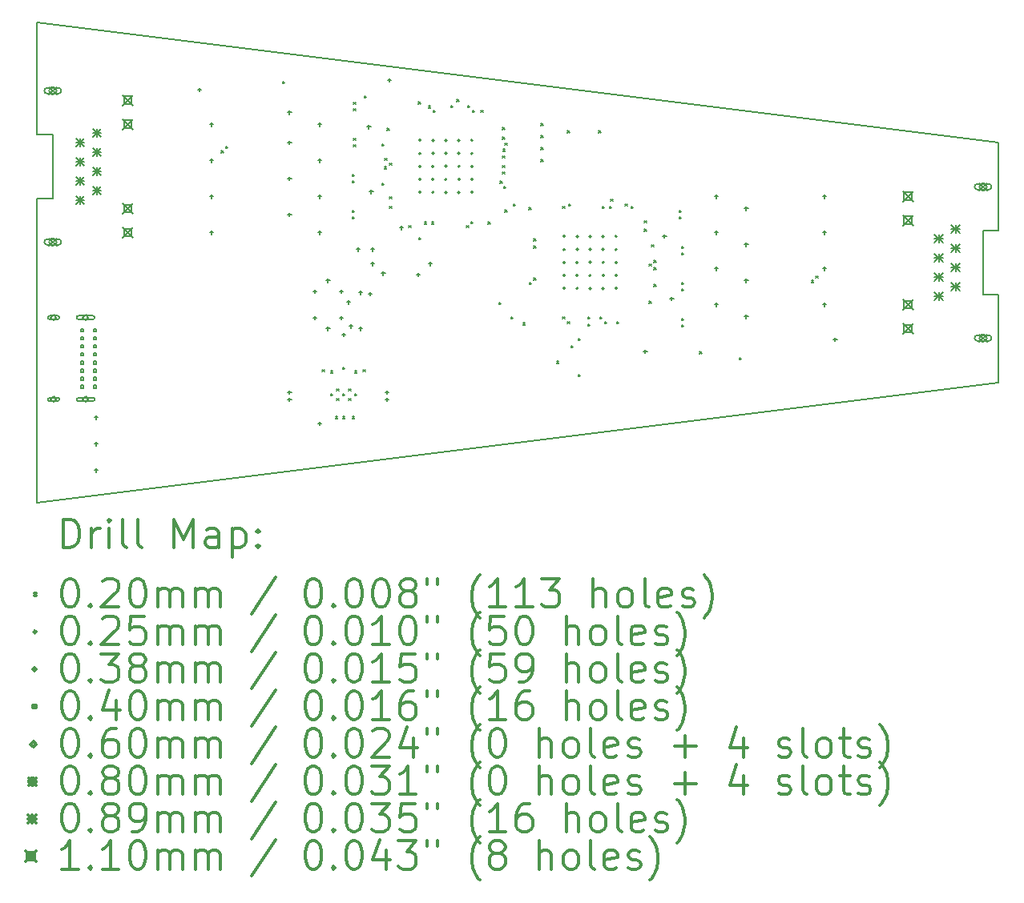
<source format=gbr>
%FSLAX45Y45*%
G04 Gerber Fmt 4.5, Leading zero omitted, Abs format (unit mm)*
G04 Created by KiCad (PCBNEW 5.0.2+dfsg1-1) date Fri 09 Dec 2022 08:13:51 PM PST*
%MOMM*%
%LPD*%
G01*
G04 APERTURE LIST*
%ADD10C,0.203200*%
%ADD11C,0.200000*%
%ADD12C,0.300000*%
G04 APERTURE END LIST*
D10*
X2540000Y-7620000D02*
X12700000Y-6350000D01*
X12700000Y-5416550D02*
X12700000Y-6350000D01*
X12534900Y-5416550D02*
X12700000Y-5416550D01*
X12534900Y-4743450D02*
X12534900Y-5416550D01*
X12700000Y-4743450D02*
X12534900Y-4743450D01*
X12700000Y-3810000D02*
X12700000Y-4743450D01*
X2540000Y-3727450D02*
X2540000Y-2540000D01*
X2705100Y-3727450D02*
X2540000Y-3727450D01*
X2705100Y-4400550D02*
X2705100Y-3727450D01*
X2540000Y-4400550D02*
X2705100Y-4400550D01*
X2540000Y-7620000D02*
X2540000Y-4400550D01*
X2540000Y-2540000D02*
X12700000Y-3810000D01*
D11*
X4487602Y-3899478D02*
X4507922Y-3919798D01*
X4507922Y-3899478D02*
X4487602Y-3919798D01*
X4534479Y-3852601D02*
X4554799Y-3872921D01*
X4554799Y-3852601D02*
X4534479Y-3872921D01*
X5133340Y-3164840D02*
X5153660Y-3185160D01*
X5153660Y-3164840D02*
X5133340Y-3185160D01*
X5552440Y-6212840D02*
X5572760Y-6233160D01*
X5572760Y-6212840D02*
X5552440Y-6233160D01*
X5641340Y-6225540D02*
X5661660Y-6245860D01*
X5661660Y-6225540D02*
X5641340Y-6245860D01*
X5641340Y-6466840D02*
X5661660Y-6487160D01*
X5661660Y-6466840D02*
X5641340Y-6487160D01*
X5692140Y-6708140D02*
X5712460Y-6728460D01*
X5712460Y-6708140D02*
X5692140Y-6728460D01*
X5704840Y-6416040D02*
X5725160Y-6436360D01*
X5725160Y-6416040D02*
X5704840Y-6436360D01*
X5704840Y-6517640D02*
X5725160Y-6537960D01*
X5725160Y-6517640D02*
X5704840Y-6537960D01*
X5768340Y-6187440D02*
X5788660Y-6207760D01*
X5788660Y-6187440D02*
X5768340Y-6207760D01*
X5768340Y-6466840D02*
X5788660Y-6487160D01*
X5788660Y-6466840D02*
X5768340Y-6487160D01*
X5768340Y-6708140D02*
X5788660Y-6728460D01*
X5788660Y-6708140D02*
X5768340Y-6728460D01*
X5831840Y-6416040D02*
X5852160Y-6436360D01*
X5852160Y-6416040D02*
X5831840Y-6436360D01*
X5831840Y-6517640D02*
X5852160Y-6537960D01*
X5852160Y-6517640D02*
X5831840Y-6537960D01*
X5869940Y-4147693D02*
X5890260Y-4168013D01*
X5890260Y-4147693D02*
X5869940Y-4168013D01*
X5869940Y-4213987D02*
X5890260Y-4234307D01*
X5890260Y-4213987D02*
X5869940Y-4234307D01*
X5869940Y-4528693D02*
X5890260Y-4549013D01*
X5890260Y-4528693D02*
X5869940Y-4549013D01*
X5869940Y-4594987D02*
X5890260Y-4615307D01*
X5890260Y-4594987D02*
X5869940Y-4615307D01*
X5869940Y-6708140D02*
X5890260Y-6728460D01*
X5890260Y-6708140D02*
X5869940Y-6728460D01*
X5882640Y-3385693D02*
X5902960Y-3406013D01*
X5902960Y-3385693D02*
X5882640Y-3406013D01*
X5882640Y-3451987D02*
X5902960Y-3472307D01*
X5902960Y-3451987D02*
X5882640Y-3472307D01*
X5882640Y-3766693D02*
X5902960Y-3787013D01*
X5902960Y-3766693D02*
X5882640Y-3787013D01*
X5882640Y-3832987D02*
X5902960Y-3853307D01*
X5902960Y-3832987D02*
X5882640Y-3853307D01*
X5895340Y-6225540D02*
X5915660Y-6245860D01*
X5915660Y-6225540D02*
X5895340Y-6245860D01*
X5895340Y-6466840D02*
X5915660Y-6487160D01*
X5915660Y-6466840D02*
X5895340Y-6487160D01*
X5984240Y-6212840D02*
X6004560Y-6233160D01*
X6004560Y-6212840D02*
X5984240Y-6233160D01*
X5996940Y-3317240D02*
X6017260Y-3337560D01*
X6017260Y-3317240D02*
X5996940Y-3337560D01*
X6182360Y-4241800D02*
X6202680Y-4262120D01*
X6202680Y-4241800D02*
X6182360Y-4262120D01*
X6184900Y-3825240D02*
X6205220Y-3845560D01*
X6205220Y-3825240D02*
X6184900Y-3845560D01*
X6210300Y-4066540D02*
X6230620Y-4086860D01*
X6230620Y-4066540D02*
X6210300Y-4086860D01*
X6212840Y-3980180D02*
X6233160Y-4000500D01*
X6233160Y-3980180D02*
X6212840Y-4000500D01*
X6238240Y-3660140D02*
X6258560Y-3680460D01*
X6258560Y-3660140D02*
X6238240Y-3680460D01*
X6263640Y-4028440D02*
X6283960Y-4048760D01*
X6283960Y-4028440D02*
X6263640Y-4048760D01*
X6263640Y-4384040D02*
X6283960Y-4404360D01*
X6283960Y-4384040D02*
X6263640Y-4404360D01*
X6263640Y-4485640D02*
X6283960Y-4505960D01*
X6283960Y-4485640D02*
X6263640Y-4505960D01*
X6466840Y-4688840D02*
X6487160Y-4709160D01*
X6487160Y-4688840D02*
X6466840Y-4709160D01*
X6568440Y-3380740D02*
X6588760Y-3401060D01*
X6588760Y-3380740D02*
X6568440Y-3401060D01*
X6572840Y-4815840D02*
X6593160Y-4836160D01*
X6593160Y-4815840D02*
X6572840Y-4836160D01*
X6631940Y-4650740D02*
X6652260Y-4671060D01*
X6652260Y-4650740D02*
X6631940Y-4671060D01*
X6676390Y-3425190D02*
X6696710Y-3445510D01*
X6696710Y-3425190D02*
X6676390Y-3445510D01*
X6708140Y-4650740D02*
X6728460Y-4671060D01*
X6728460Y-4650740D02*
X6708140Y-4671060D01*
X6727190Y-3469640D02*
X6747510Y-3489960D01*
X6747510Y-3469640D02*
X6727190Y-3489960D01*
X6911340Y-3418840D02*
X6931660Y-3439160D01*
X6931660Y-3418840D02*
X6911340Y-3439160D01*
X6974840Y-3355340D02*
X6995160Y-3375660D01*
X6995160Y-3355340D02*
X6974840Y-3375660D01*
X7076440Y-4691380D02*
X7096760Y-4711700D01*
X7096760Y-4691380D02*
X7076440Y-4711700D01*
X7089140Y-3418840D02*
X7109460Y-3439160D01*
X7109460Y-3418840D02*
X7089140Y-3439160D01*
X7124700Y-4645660D02*
X7145020Y-4665980D01*
X7145020Y-4645660D02*
X7124700Y-4665980D01*
X7139940Y-3469640D02*
X7160260Y-3489960D01*
X7160260Y-3469640D02*
X7139940Y-3489960D01*
X7228840Y-3469640D02*
X7249160Y-3489960D01*
X7249160Y-3469640D02*
X7228840Y-3489960D01*
X7305040Y-4650740D02*
X7325360Y-4671060D01*
X7325360Y-4650740D02*
X7305040Y-4671060D01*
X7419340Y-5501640D02*
X7439660Y-5521960D01*
X7439660Y-5501640D02*
X7419340Y-5521960D01*
X7432040Y-4218940D02*
X7452360Y-4239260D01*
X7452360Y-4218940D02*
X7432040Y-4239260D01*
X7457440Y-3652520D02*
X7477760Y-3672840D01*
X7477760Y-3652520D02*
X7457440Y-3672840D01*
X7457440Y-3754120D02*
X7477760Y-3774440D01*
X7477760Y-3754120D02*
X7457440Y-3774440D01*
X7457440Y-3952240D02*
X7477760Y-3972560D01*
X7477760Y-3952240D02*
X7457440Y-3972560D01*
X7457440Y-4053840D02*
X7477760Y-4074160D01*
X7477760Y-4053840D02*
X7457440Y-4074160D01*
X7457440Y-4124960D02*
X7477760Y-4145280D01*
X7477760Y-4124960D02*
X7457440Y-4145280D01*
X7463790Y-3882390D02*
X7484110Y-3902710D01*
X7484110Y-3882390D02*
X7463790Y-3902710D01*
X7470140Y-4276090D02*
X7490460Y-4296410D01*
X7490460Y-4276090D02*
X7470140Y-4296410D01*
X7482840Y-3818890D02*
X7503160Y-3839210D01*
X7503160Y-3818890D02*
X7482840Y-3839210D01*
X7482840Y-4523740D02*
X7503160Y-4544060D01*
X7503160Y-4523740D02*
X7482840Y-4544060D01*
X7546340Y-5654040D02*
X7566660Y-5674360D01*
X7566660Y-5654040D02*
X7546340Y-5674360D01*
X7571740Y-4460240D02*
X7592060Y-4480560D01*
X7592060Y-4460240D02*
X7571740Y-4480560D01*
X7673340Y-5717540D02*
X7693660Y-5737860D01*
X7693660Y-5717540D02*
X7673340Y-5737860D01*
X7736840Y-4498340D02*
X7757160Y-4518660D01*
X7757160Y-4498340D02*
X7736840Y-4518660D01*
X7739380Y-5290820D02*
X7759700Y-5311140D01*
X7759700Y-5290820D02*
X7739380Y-5311140D01*
X7787640Y-4828540D02*
X7807960Y-4848860D01*
X7807960Y-4828540D02*
X7787640Y-4848860D01*
X7787640Y-4904740D02*
X7807960Y-4925060D01*
X7807960Y-4904740D02*
X7787640Y-4925060D01*
X7787640Y-5245100D02*
X7807960Y-5265420D01*
X7807960Y-5245100D02*
X7787640Y-5265420D01*
X7863840Y-3609340D02*
X7884160Y-3629660D01*
X7884160Y-3609340D02*
X7863840Y-3629660D01*
X7863840Y-3736340D02*
X7884160Y-3756660D01*
X7884160Y-3736340D02*
X7863840Y-3756660D01*
X7863840Y-3863340D02*
X7884160Y-3883660D01*
X7884160Y-3863340D02*
X7863840Y-3883660D01*
X7863840Y-3990340D02*
X7884160Y-4010660D01*
X7884160Y-3990340D02*
X7863840Y-4010660D01*
X8028940Y-6123940D02*
X8049260Y-6144260D01*
X8049260Y-6123940D02*
X8028940Y-6144260D01*
X8092440Y-4485640D02*
X8112760Y-4505960D01*
X8112760Y-4485640D02*
X8092440Y-4505960D01*
X8092440Y-5654040D02*
X8112760Y-5674360D01*
X8112760Y-5654040D02*
X8092440Y-5674360D01*
X8143240Y-3685540D02*
X8163560Y-3705860D01*
X8163560Y-3685540D02*
X8143240Y-3705860D01*
X8143240Y-5704840D02*
X8163560Y-5725160D01*
X8163560Y-5704840D02*
X8143240Y-5725160D01*
X8155940Y-4460240D02*
X8176260Y-4480560D01*
X8176260Y-4460240D02*
X8155940Y-4480560D01*
X8181340Y-5958840D02*
X8201660Y-5979160D01*
X8201660Y-5958840D02*
X8181340Y-5979160D01*
X8257540Y-5882640D02*
X8277860Y-5902960D01*
X8277860Y-5882640D02*
X8257540Y-5902960D01*
X8257540Y-6263640D02*
X8277860Y-6283960D01*
X8277860Y-6263640D02*
X8257540Y-6283960D01*
X8359140Y-5654040D02*
X8379460Y-5674360D01*
X8379460Y-5654040D02*
X8359140Y-5674360D01*
X8359140Y-5730240D02*
X8379460Y-5750560D01*
X8379460Y-5730240D02*
X8359140Y-5750560D01*
X8473440Y-3685540D02*
X8493760Y-3705860D01*
X8493760Y-3685540D02*
X8473440Y-3705860D01*
X8486140Y-5654040D02*
X8506460Y-5674360D01*
X8506460Y-5654040D02*
X8486140Y-5674360D01*
X8511540Y-4485640D02*
X8531860Y-4505960D01*
X8531860Y-4485640D02*
X8511540Y-4505960D01*
X8536940Y-5704840D02*
X8557260Y-5725160D01*
X8557260Y-5704840D02*
X8536940Y-5725160D01*
X8587740Y-4485640D02*
X8608060Y-4505960D01*
X8608060Y-4485640D02*
X8587740Y-4505960D01*
X8600440Y-4409440D02*
X8620760Y-4429760D01*
X8620760Y-4409440D02*
X8600440Y-4429760D01*
X8663940Y-5704840D02*
X8684260Y-5725160D01*
X8684260Y-5704840D02*
X8663940Y-5725160D01*
X8752840Y-4460240D02*
X8773160Y-4480560D01*
X8773160Y-4460240D02*
X8752840Y-4480560D01*
X8816340Y-4485640D02*
X8836660Y-4505960D01*
X8836660Y-4485640D02*
X8816340Y-4505960D01*
X8956040Y-4638040D02*
X8976360Y-4658360D01*
X8976360Y-4638040D02*
X8956040Y-4658360D01*
X8956040Y-4726940D02*
X8976360Y-4747260D01*
X8976360Y-4726940D02*
X8956040Y-4747260D01*
X9006840Y-5095240D02*
X9027160Y-5115560D01*
X9027160Y-5095240D02*
X9006840Y-5115560D01*
X9006840Y-5488940D02*
X9027160Y-5509260D01*
X9027160Y-5488940D02*
X9006840Y-5509260D01*
X9032240Y-4892040D02*
X9052560Y-4912360D01*
X9052560Y-4892040D02*
X9032240Y-4912360D01*
X9057640Y-5057140D02*
X9077960Y-5077460D01*
X9077960Y-5057140D02*
X9057640Y-5077460D01*
X9057640Y-5133340D02*
X9077960Y-5153660D01*
X9077960Y-5133340D02*
X9057640Y-5153660D01*
X9057640Y-5311140D02*
X9077960Y-5331460D01*
X9077960Y-5311140D02*
X9057640Y-5331460D01*
X9324340Y-4528693D02*
X9344660Y-4549013D01*
X9344660Y-4528693D02*
X9324340Y-4549013D01*
X9324340Y-4594987D02*
X9344660Y-4615307D01*
X9344660Y-4594987D02*
X9324340Y-4615307D01*
X9349740Y-4909693D02*
X9370060Y-4930013D01*
X9370060Y-4909693D02*
X9349740Y-4930013D01*
X9349740Y-4975987D02*
X9370060Y-4996307D01*
X9370060Y-4975987D02*
X9349740Y-4996307D01*
X9349740Y-5290693D02*
X9370060Y-5311013D01*
X9370060Y-5290693D02*
X9349740Y-5311013D01*
X9349740Y-5356987D02*
X9370060Y-5377307D01*
X9370060Y-5356987D02*
X9349740Y-5377307D01*
X9349740Y-5671693D02*
X9370060Y-5692013D01*
X9370060Y-5671693D02*
X9349740Y-5692013D01*
X9349740Y-5737987D02*
X9370060Y-5758307D01*
X9370060Y-5737987D02*
X9349740Y-5758307D01*
X9540240Y-6022340D02*
X9560560Y-6042660D01*
X9560560Y-6022340D02*
X9540240Y-6042660D01*
X9959340Y-6085840D02*
X9979660Y-6106160D01*
X9979660Y-6085840D02*
X9959340Y-6106160D01*
X10723302Y-5271079D02*
X10743622Y-5291399D01*
X10743622Y-5271079D02*
X10723302Y-5291399D01*
X10770179Y-5224202D02*
X10790499Y-5244522D01*
X10790499Y-5224202D02*
X10770179Y-5244522D01*
X8119500Y-4805000D02*
G75*
G03X8119500Y-4805000I-12500J0D01*
G01*
X8119500Y-4942500D02*
G75*
G03X8119500Y-4942500I-12500J0D01*
G01*
X8119500Y-5080000D02*
G75*
G03X8119500Y-5080000I-12500J0D01*
G01*
X8119500Y-5217500D02*
G75*
G03X8119500Y-5217500I-12500J0D01*
G01*
X8119500Y-5355000D02*
G75*
G03X8119500Y-5355000I-12500J0D01*
G01*
X8257000Y-4805000D02*
G75*
G03X8257000Y-4805000I-12500J0D01*
G01*
X8257000Y-4942500D02*
G75*
G03X8257000Y-4942500I-12500J0D01*
G01*
X8257000Y-5080000D02*
G75*
G03X8257000Y-5080000I-12500J0D01*
G01*
X8257000Y-5217500D02*
G75*
G03X8257000Y-5217500I-12500J0D01*
G01*
X8257000Y-5355000D02*
G75*
G03X8257000Y-5355000I-12500J0D01*
G01*
X8394500Y-4805000D02*
G75*
G03X8394500Y-4805000I-12500J0D01*
G01*
X8394500Y-4942500D02*
G75*
G03X8394500Y-4942500I-12500J0D01*
G01*
X8394500Y-5080000D02*
G75*
G03X8394500Y-5080000I-12500J0D01*
G01*
X8394500Y-5217500D02*
G75*
G03X8394500Y-5217500I-12500J0D01*
G01*
X8394500Y-5355000D02*
G75*
G03X8394500Y-5355000I-12500J0D01*
G01*
X8532000Y-4805000D02*
G75*
G03X8532000Y-4805000I-12500J0D01*
G01*
X8532000Y-4942500D02*
G75*
G03X8532000Y-4942500I-12500J0D01*
G01*
X8532000Y-5080000D02*
G75*
G03X8532000Y-5080000I-12500J0D01*
G01*
X8532000Y-5217500D02*
G75*
G03X8532000Y-5217500I-12500J0D01*
G01*
X8532000Y-5355000D02*
G75*
G03X8532000Y-5355000I-12500J0D01*
G01*
X8669500Y-4805000D02*
G75*
G03X8669500Y-4805000I-12500J0D01*
G01*
X8669500Y-4942500D02*
G75*
G03X8669500Y-4942500I-12500J0D01*
G01*
X8669500Y-5080000D02*
G75*
G03X8669500Y-5080000I-12500J0D01*
G01*
X8669500Y-5217500D02*
G75*
G03X8669500Y-5217500I-12500J0D01*
G01*
X8669500Y-5355000D02*
G75*
G03X8669500Y-5355000I-12500J0D01*
G01*
X6595500Y-3789000D02*
G75*
G03X6595500Y-3789000I-12500J0D01*
G01*
X6595500Y-3926500D02*
G75*
G03X6595500Y-3926500I-12500J0D01*
G01*
X6595500Y-4064000D02*
G75*
G03X6595500Y-4064000I-12500J0D01*
G01*
X6595500Y-4201500D02*
G75*
G03X6595500Y-4201500I-12500J0D01*
G01*
X6595500Y-4339000D02*
G75*
G03X6595500Y-4339000I-12500J0D01*
G01*
X6733000Y-3789000D02*
G75*
G03X6733000Y-3789000I-12500J0D01*
G01*
X6733000Y-3926500D02*
G75*
G03X6733000Y-3926500I-12500J0D01*
G01*
X6733000Y-4064000D02*
G75*
G03X6733000Y-4064000I-12500J0D01*
G01*
X6733000Y-4201500D02*
G75*
G03X6733000Y-4201500I-12500J0D01*
G01*
X6733000Y-4339000D02*
G75*
G03X6733000Y-4339000I-12500J0D01*
G01*
X6870500Y-3789000D02*
G75*
G03X6870500Y-3789000I-12500J0D01*
G01*
X6870500Y-3926500D02*
G75*
G03X6870500Y-3926500I-12500J0D01*
G01*
X6870500Y-4064000D02*
G75*
G03X6870500Y-4064000I-12500J0D01*
G01*
X6870500Y-4201500D02*
G75*
G03X6870500Y-4201500I-12500J0D01*
G01*
X6870500Y-4339000D02*
G75*
G03X6870500Y-4339000I-12500J0D01*
G01*
X7008000Y-3789000D02*
G75*
G03X7008000Y-3789000I-12500J0D01*
G01*
X7008000Y-3926500D02*
G75*
G03X7008000Y-3926500I-12500J0D01*
G01*
X7008000Y-4064000D02*
G75*
G03X7008000Y-4064000I-12500J0D01*
G01*
X7008000Y-4201500D02*
G75*
G03X7008000Y-4201500I-12500J0D01*
G01*
X7008000Y-4339000D02*
G75*
G03X7008000Y-4339000I-12500J0D01*
G01*
X7145500Y-3789000D02*
G75*
G03X7145500Y-3789000I-12500J0D01*
G01*
X7145500Y-3926500D02*
G75*
G03X7145500Y-3926500I-12500J0D01*
G01*
X7145500Y-4064000D02*
G75*
G03X7145500Y-4064000I-12500J0D01*
G01*
X7145500Y-4201500D02*
G75*
G03X7145500Y-4201500I-12500J0D01*
G01*
X7145500Y-4339000D02*
G75*
G03X7145500Y-4339000I-12500J0D01*
G01*
X3162300Y-6699250D02*
X3162300Y-6737350D01*
X3143250Y-6718300D02*
X3181350Y-6718300D01*
X3162300Y-6978650D02*
X3162300Y-7016750D01*
X3143250Y-6997700D02*
X3181350Y-6997700D01*
X3162300Y-7258050D02*
X3162300Y-7296150D01*
X3143250Y-7277100D02*
X3181350Y-7277100D01*
X4254500Y-3232150D02*
X4254500Y-3270250D01*
X4235450Y-3251200D02*
X4273550Y-3251200D01*
X4381500Y-3600450D02*
X4381500Y-3638550D01*
X4362450Y-3619500D02*
X4400550Y-3619500D01*
X4381500Y-3981450D02*
X4381500Y-4019550D01*
X4362450Y-4000500D02*
X4400550Y-4000500D01*
X4381500Y-4362450D02*
X4381500Y-4400550D01*
X4362450Y-4381500D02*
X4400550Y-4381500D01*
X4381500Y-4743450D02*
X4381500Y-4781550D01*
X4362450Y-4762500D02*
X4400550Y-4762500D01*
X5207000Y-3473450D02*
X5207000Y-3511550D01*
X5187950Y-3492500D02*
X5226050Y-3492500D01*
X5207000Y-3790950D02*
X5207000Y-3829050D01*
X5187950Y-3810000D02*
X5226050Y-3810000D01*
X5207000Y-4171950D02*
X5207000Y-4210050D01*
X5187950Y-4191000D02*
X5226050Y-4191000D01*
X5207000Y-4552950D02*
X5207000Y-4591050D01*
X5187950Y-4572000D02*
X5226050Y-4572000D01*
X5207000Y-6432550D02*
X5207000Y-6470650D01*
X5187950Y-6451600D02*
X5226050Y-6451600D01*
X5207000Y-6508750D02*
X5207000Y-6546850D01*
X5187950Y-6527800D02*
X5226050Y-6527800D01*
X5473700Y-5365750D02*
X5473700Y-5403850D01*
X5454650Y-5384800D02*
X5492750Y-5384800D01*
X5473700Y-5645150D02*
X5473700Y-5683250D01*
X5454650Y-5664200D02*
X5492750Y-5664200D01*
X5524500Y-3600450D02*
X5524500Y-3638550D01*
X5505450Y-3619500D02*
X5543550Y-3619500D01*
X5524500Y-3981450D02*
X5524500Y-4019550D01*
X5505450Y-4000500D02*
X5543550Y-4000500D01*
X5524500Y-4362450D02*
X5524500Y-4400550D01*
X5505450Y-4381500D02*
X5543550Y-4381500D01*
X5524500Y-4743450D02*
X5524500Y-4781550D01*
X5505450Y-4762500D02*
X5543550Y-4762500D01*
X5524500Y-6762750D02*
X5524500Y-6800850D01*
X5505450Y-6781800D02*
X5543550Y-6781800D01*
X5613400Y-5251450D02*
X5613400Y-5289550D01*
X5594350Y-5270500D02*
X5632450Y-5270500D01*
X5613400Y-5759450D02*
X5613400Y-5797550D01*
X5594350Y-5778500D02*
X5632450Y-5778500D01*
X5753100Y-5365750D02*
X5753100Y-5403850D01*
X5734050Y-5384800D02*
X5772150Y-5384800D01*
X5753100Y-5645150D02*
X5753100Y-5683250D01*
X5734050Y-5664200D02*
X5772150Y-5664200D01*
X5778500Y-5822950D02*
X5778500Y-5861050D01*
X5759450Y-5842000D02*
X5797550Y-5842000D01*
X5829300Y-5480050D02*
X5829300Y-5518150D01*
X5810250Y-5499100D02*
X5848350Y-5499100D01*
X5854700Y-5734050D02*
X5854700Y-5772150D01*
X5835650Y-5753100D02*
X5873750Y-5753100D01*
X5930900Y-4921250D02*
X5930900Y-4959350D01*
X5911850Y-4940300D02*
X5949950Y-4940300D01*
X5956300Y-5378450D02*
X5956300Y-5416550D01*
X5937250Y-5397500D02*
X5975350Y-5397500D01*
X5956300Y-5759450D02*
X5956300Y-5797550D01*
X5937250Y-5778500D02*
X5975350Y-5778500D01*
X6045200Y-3625850D02*
X6045200Y-3663950D01*
X6026150Y-3644900D02*
X6064250Y-3644900D01*
X6057900Y-5391150D02*
X6057900Y-5429250D01*
X6038850Y-5410200D02*
X6076950Y-5410200D01*
X6070600Y-4311650D02*
X6070600Y-4349750D01*
X6051550Y-4330700D02*
X6089650Y-4330700D01*
X6083300Y-4921250D02*
X6083300Y-4959350D01*
X6064250Y-4940300D02*
X6102350Y-4940300D01*
X6083300Y-5073650D02*
X6083300Y-5111750D01*
X6064250Y-5092700D02*
X6102350Y-5092700D01*
X6197600Y-5175250D02*
X6197600Y-5213350D01*
X6178550Y-5194300D02*
X6216650Y-5194300D01*
X6235700Y-6432550D02*
X6235700Y-6470650D01*
X6216650Y-6451600D02*
X6254750Y-6451600D01*
X6235700Y-6508750D02*
X6235700Y-6546850D01*
X6216650Y-6527800D02*
X6254750Y-6527800D01*
X6261100Y-3130550D02*
X6261100Y-3168650D01*
X6242050Y-3149600D02*
X6280150Y-3149600D01*
X6388100Y-4692650D02*
X6388100Y-4730750D01*
X6369050Y-4711700D02*
X6407150Y-4711700D01*
X6565900Y-5187950D02*
X6565900Y-5226050D01*
X6546850Y-5207000D02*
X6584950Y-5207000D01*
X6692900Y-5073650D02*
X6692900Y-5111750D01*
X6673850Y-5092700D02*
X6711950Y-5092700D01*
X8966200Y-6000750D02*
X8966200Y-6038850D01*
X8947150Y-6019800D02*
X8985250Y-6019800D01*
X9169400Y-4781550D02*
X9169400Y-4819650D01*
X9150350Y-4800600D02*
X9188450Y-4800600D01*
X9245600Y-5441950D02*
X9245600Y-5480050D01*
X9226550Y-5461000D02*
X9264650Y-5461000D01*
X9715500Y-4362450D02*
X9715500Y-4400550D01*
X9696450Y-4381500D02*
X9734550Y-4381500D01*
X9715500Y-4743450D02*
X9715500Y-4781550D01*
X9696450Y-4762500D02*
X9734550Y-4762500D01*
X9715500Y-5124450D02*
X9715500Y-5162550D01*
X9696450Y-5143500D02*
X9734550Y-5143500D01*
X9715500Y-5505450D02*
X9715500Y-5543550D01*
X9696450Y-5524500D02*
X9734550Y-5524500D01*
X10033000Y-4489450D02*
X10033000Y-4527550D01*
X10013950Y-4508500D02*
X10052050Y-4508500D01*
X10033000Y-4870450D02*
X10033000Y-4908550D01*
X10013950Y-4889500D02*
X10052050Y-4889500D01*
X10033000Y-5251450D02*
X10033000Y-5289550D01*
X10013950Y-5270500D02*
X10052050Y-5270500D01*
X10033000Y-5632450D02*
X10033000Y-5670550D01*
X10013950Y-5651500D02*
X10052050Y-5651500D01*
X10858500Y-4362450D02*
X10858500Y-4400550D01*
X10839450Y-4381500D02*
X10877550Y-4381500D01*
X10858500Y-4743450D02*
X10858500Y-4781550D01*
X10839450Y-4762500D02*
X10877550Y-4762500D01*
X10858500Y-5124450D02*
X10858500Y-5162550D01*
X10839450Y-5143500D02*
X10877550Y-5143500D01*
X10858500Y-5505450D02*
X10858500Y-5543550D01*
X10839450Y-5524500D02*
X10877550Y-5524500D01*
X10972800Y-5873750D02*
X10972800Y-5911850D01*
X10953750Y-5892800D02*
X10991850Y-5892800D01*
X3029142Y-5812642D02*
X3029142Y-5784358D01*
X3000858Y-5784358D01*
X3000858Y-5812642D01*
X3029142Y-5812642D01*
X3029142Y-5897642D02*
X3029142Y-5869358D01*
X3000858Y-5869358D01*
X3000858Y-5897642D01*
X3029142Y-5897642D01*
X3029142Y-5982642D02*
X3029142Y-5954358D01*
X3000858Y-5954358D01*
X3000858Y-5982642D01*
X3029142Y-5982642D01*
X3029142Y-6067642D02*
X3029142Y-6039358D01*
X3000858Y-6039358D01*
X3000858Y-6067642D01*
X3029142Y-6067642D01*
X3029142Y-6152642D02*
X3029142Y-6124358D01*
X3000858Y-6124358D01*
X3000858Y-6152642D01*
X3029142Y-6152642D01*
X3029142Y-6237642D02*
X3029142Y-6209358D01*
X3000858Y-6209358D01*
X3000858Y-6237642D01*
X3029142Y-6237642D01*
X3029142Y-6322642D02*
X3029142Y-6294358D01*
X3000858Y-6294358D01*
X3000858Y-6322642D01*
X3029142Y-6322642D01*
X3029142Y-6407642D02*
X3029142Y-6379358D01*
X3000858Y-6379358D01*
X3000858Y-6407642D01*
X3029142Y-6407642D01*
X3164142Y-5812642D02*
X3164142Y-5784358D01*
X3135858Y-5784358D01*
X3135858Y-5812642D01*
X3164142Y-5812642D01*
X3164142Y-5897642D02*
X3164142Y-5869358D01*
X3135858Y-5869358D01*
X3135858Y-5897642D01*
X3164142Y-5897642D01*
X3164142Y-5982642D02*
X3164142Y-5954358D01*
X3135858Y-5954358D01*
X3135858Y-5982642D01*
X3164142Y-5982642D01*
X3164142Y-6067642D02*
X3164142Y-6039358D01*
X3135858Y-6039358D01*
X3135858Y-6067642D01*
X3164142Y-6067642D01*
X3164142Y-6152642D02*
X3164142Y-6124358D01*
X3135858Y-6124358D01*
X3135858Y-6152642D01*
X3164142Y-6152642D01*
X3164142Y-6237642D02*
X3164142Y-6209358D01*
X3135858Y-6209358D01*
X3135858Y-6237642D01*
X3164142Y-6237642D01*
X3164142Y-6322642D02*
X3164142Y-6294358D01*
X3135858Y-6294358D01*
X3135858Y-6322642D01*
X3164142Y-6322642D01*
X3164142Y-6407642D02*
X3164142Y-6379358D01*
X3135858Y-6379358D01*
X3135858Y-6407642D01*
X3164142Y-6407642D01*
X2714000Y-5693500D02*
X2744000Y-5663500D01*
X2714000Y-5633500D01*
X2684000Y-5663500D01*
X2714000Y-5693500D01*
X2754000Y-5643500D02*
X2674000Y-5643500D01*
X2754000Y-5683500D02*
X2674000Y-5683500D01*
X2674000Y-5643500D02*
G75*
G03X2674000Y-5683500I0J-20000D01*
G01*
X2754000Y-5683500D02*
G75*
G03X2754000Y-5643500I0J20000D01*
G01*
X2714000Y-6558500D02*
X2744000Y-6528500D01*
X2714000Y-6498500D01*
X2684000Y-6528500D01*
X2714000Y-6558500D01*
X2754000Y-6508500D02*
X2674000Y-6508500D01*
X2754000Y-6548500D02*
X2674000Y-6548500D01*
X2674000Y-6508500D02*
G75*
G03X2674000Y-6548500I0J-20000D01*
G01*
X2754000Y-6548500D02*
G75*
G03X2754000Y-6508500I0J20000D01*
G01*
X3052000Y-5693500D02*
X3082000Y-5663500D01*
X3052000Y-5633500D01*
X3022000Y-5663500D01*
X3052000Y-5693500D01*
X3127000Y-5643500D02*
X2977000Y-5643500D01*
X3127000Y-5683500D02*
X2977000Y-5683500D01*
X2977000Y-5643500D02*
G75*
G03X2977000Y-5683500I0J-20000D01*
G01*
X3127000Y-5683500D02*
G75*
G03X3127000Y-5643500I0J20000D01*
G01*
X3052000Y-6558500D02*
X3082000Y-6528500D01*
X3052000Y-6498500D01*
X3022000Y-6528500D01*
X3052000Y-6558500D01*
X3127000Y-6508500D02*
X2977000Y-6508500D01*
X3127000Y-6548500D02*
X2977000Y-6548500D01*
X2977000Y-6508500D02*
G75*
G03X2977000Y-6548500I0J-20000D01*
G01*
X3127000Y-6548500D02*
G75*
G03X3127000Y-6508500I0J20000D01*
G01*
X2665000Y-3224000D02*
X2745000Y-3304000D01*
X2745000Y-3224000D02*
X2665000Y-3304000D01*
X2745000Y-3264000D02*
G75*
G03X2745000Y-3264000I-40000J0D01*
G01*
X2765000Y-3234000D02*
X2645000Y-3234000D01*
X2765000Y-3294000D02*
X2645000Y-3294000D01*
X2645000Y-3234000D02*
G75*
G03X2645000Y-3294000I0J-30000D01*
G01*
X2765000Y-3294000D02*
G75*
G03X2765000Y-3234000I0J30000D01*
G01*
X2665000Y-4824000D02*
X2745000Y-4904000D01*
X2745000Y-4824000D02*
X2665000Y-4904000D01*
X2745000Y-4864000D02*
G75*
G03X2745000Y-4864000I-40000J0D01*
G01*
X2765000Y-4834000D02*
X2645000Y-4834000D01*
X2765000Y-4894000D02*
X2645000Y-4894000D01*
X2645000Y-4834000D02*
G75*
G03X2645000Y-4894000I0J-30000D01*
G01*
X2765000Y-4894000D02*
G75*
G03X2765000Y-4834000I0J30000D01*
G01*
X12495000Y-4240000D02*
X12575000Y-4320000D01*
X12575000Y-4240000D02*
X12495000Y-4320000D01*
X12575000Y-4280000D02*
G75*
G03X12575000Y-4280000I-40000J0D01*
G01*
X12475000Y-4310000D02*
X12595000Y-4310000D01*
X12475000Y-4250000D02*
X12595000Y-4250000D01*
X12595000Y-4310000D02*
G75*
G03X12595000Y-4250000I0J30000D01*
G01*
X12475000Y-4250000D02*
G75*
G03X12475000Y-4310000I0J-30000D01*
G01*
X12495000Y-5840000D02*
X12575000Y-5920000D01*
X12575000Y-5840000D02*
X12495000Y-5920000D01*
X12575000Y-5880000D02*
G75*
G03X12575000Y-5880000I-40000J0D01*
G01*
X12475000Y-5910000D02*
X12595000Y-5910000D01*
X12475000Y-5850000D02*
X12595000Y-5850000D01*
X12595000Y-5910000D02*
G75*
G03X12595000Y-5850000I0J30000D01*
G01*
X12475000Y-5850000D02*
G75*
G03X12475000Y-5910000I0J-30000D01*
G01*
X2950550Y-3765550D02*
X3039450Y-3854450D01*
X3039450Y-3765550D02*
X2950550Y-3854450D01*
X2995000Y-3765550D02*
X2995000Y-3854450D01*
X2950550Y-3810000D02*
X3039450Y-3810000D01*
X2950550Y-3968750D02*
X3039450Y-4057650D01*
X3039450Y-3968750D02*
X2950550Y-4057650D01*
X2995000Y-3968750D02*
X2995000Y-4057650D01*
X2950550Y-4013200D02*
X3039450Y-4013200D01*
X2950550Y-4171950D02*
X3039450Y-4260850D01*
X3039450Y-4171950D02*
X2950550Y-4260850D01*
X2995000Y-4171950D02*
X2995000Y-4260850D01*
X2950550Y-4216400D02*
X3039450Y-4216400D01*
X2950550Y-4375150D02*
X3039450Y-4464050D01*
X3039450Y-4375150D02*
X2950550Y-4464050D01*
X2995000Y-4375150D02*
X2995000Y-4464050D01*
X2950550Y-4419600D02*
X3039450Y-4419600D01*
X3128550Y-3663950D02*
X3217450Y-3752850D01*
X3217450Y-3663950D02*
X3128550Y-3752850D01*
X3173000Y-3663950D02*
X3173000Y-3752850D01*
X3128550Y-3708400D02*
X3217450Y-3708400D01*
X3128550Y-3867150D02*
X3217450Y-3956050D01*
X3217450Y-3867150D02*
X3128550Y-3956050D01*
X3173000Y-3867150D02*
X3173000Y-3956050D01*
X3128550Y-3911600D02*
X3217450Y-3911600D01*
X3128550Y-4070350D02*
X3217450Y-4159250D01*
X3217450Y-4070350D02*
X3128550Y-4159250D01*
X3173000Y-4070350D02*
X3173000Y-4159250D01*
X3128550Y-4114800D02*
X3217450Y-4114800D01*
X3128550Y-4273550D02*
X3217450Y-4362450D01*
X3217450Y-4273550D02*
X3128550Y-4362450D01*
X3173000Y-4273550D02*
X3173000Y-4362450D01*
X3128550Y-4318000D02*
X3217450Y-4318000D01*
X12022550Y-4781550D02*
X12111450Y-4870450D01*
X12111450Y-4781550D02*
X12022550Y-4870450D01*
X12067000Y-4781550D02*
X12067000Y-4870450D01*
X12022550Y-4826000D02*
X12111450Y-4826000D01*
X12022550Y-4984750D02*
X12111450Y-5073650D01*
X12111450Y-4984750D02*
X12022550Y-5073650D01*
X12067000Y-4984750D02*
X12067000Y-5073650D01*
X12022550Y-5029200D02*
X12111450Y-5029200D01*
X12022550Y-5187950D02*
X12111450Y-5276850D01*
X12111450Y-5187950D02*
X12022550Y-5276850D01*
X12067000Y-5187950D02*
X12067000Y-5276850D01*
X12022550Y-5232400D02*
X12111450Y-5232400D01*
X12022550Y-5391150D02*
X12111450Y-5480050D01*
X12111450Y-5391150D02*
X12022550Y-5480050D01*
X12067000Y-5391150D02*
X12067000Y-5480050D01*
X12022550Y-5435600D02*
X12111450Y-5435600D01*
X12200550Y-4679950D02*
X12289450Y-4768850D01*
X12289450Y-4679950D02*
X12200550Y-4768850D01*
X12245000Y-4679950D02*
X12245000Y-4768850D01*
X12200550Y-4724400D02*
X12289450Y-4724400D01*
X12200550Y-4883150D02*
X12289450Y-4972050D01*
X12289450Y-4883150D02*
X12200550Y-4972050D01*
X12245000Y-4883150D02*
X12245000Y-4972050D01*
X12200550Y-4927600D02*
X12289450Y-4927600D01*
X12200550Y-5086350D02*
X12289450Y-5175250D01*
X12289450Y-5086350D02*
X12200550Y-5175250D01*
X12245000Y-5086350D02*
X12245000Y-5175250D01*
X12200550Y-5130800D02*
X12289450Y-5130800D01*
X12200550Y-5289550D02*
X12289450Y-5378450D01*
X12289450Y-5289550D02*
X12200550Y-5378450D01*
X12245000Y-5289550D02*
X12245000Y-5378450D01*
X12200550Y-5334000D02*
X12289450Y-5334000D01*
X3445000Y-3308000D02*
X3555000Y-3418000D01*
X3555000Y-3308000D02*
X3445000Y-3418000D01*
X3538891Y-3401891D02*
X3538891Y-3324109D01*
X3461109Y-3324109D01*
X3461109Y-3401891D01*
X3538891Y-3401891D01*
X3445000Y-3562000D02*
X3555000Y-3672000D01*
X3555000Y-3562000D02*
X3445000Y-3672000D01*
X3538891Y-3655891D02*
X3538891Y-3578109D01*
X3461109Y-3578109D01*
X3461109Y-3655891D01*
X3538891Y-3655891D01*
X3445000Y-4456000D02*
X3555000Y-4566000D01*
X3555000Y-4456000D02*
X3445000Y-4566000D01*
X3538891Y-4549891D02*
X3538891Y-4472109D01*
X3461109Y-4472109D01*
X3461109Y-4549891D01*
X3538891Y-4549891D01*
X3445000Y-4710000D02*
X3555000Y-4820000D01*
X3555000Y-4710000D02*
X3445000Y-4820000D01*
X3538891Y-4803891D02*
X3538891Y-4726109D01*
X3461109Y-4726109D01*
X3461109Y-4803891D01*
X3538891Y-4803891D01*
X11685000Y-4324000D02*
X11795000Y-4434000D01*
X11795000Y-4324000D02*
X11685000Y-4434000D01*
X11778891Y-4417891D02*
X11778891Y-4340109D01*
X11701109Y-4340109D01*
X11701109Y-4417891D01*
X11778891Y-4417891D01*
X11685000Y-4578000D02*
X11795000Y-4688000D01*
X11795000Y-4578000D02*
X11685000Y-4688000D01*
X11778891Y-4671891D02*
X11778891Y-4594109D01*
X11701109Y-4594109D01*
X11701109Y-4671891D01*
X11778891Y-4671891D01*
X11685000Y-5472000D02*
X11795000Y-5582000D01*
X11795000Y-5472000D02*
X11685000Y-5582000D01*
X11778891Y-5565891D02*
X11778891Y-5488109D01*
X11701109Y-5488109D01*
X11701109Y-5565891D01*
X11778891Y-5565891D01*
X11685000Y-5726000D02*
X11795000Y-5836000D01*
X11795000Y-5726000D02*
X11685000Y-5836000D01*
X11778891Y-5819891D02*
X11778891Y-5742109D01*
X11701109Y-5742109D01*
X11701109Y-5819891D01*
X11778891Y-5819891D01*
D12*
X2816268Y-8095874D02*
X2816268Y-7795874D01*
X2887697Y-7795874D01*
X2930554Y-7810160D01*
X2959126Y-7838731D01*
X2973411Y-7867303D01*
X2987697Y-7924446D01*
X2987697Y-7967303D01*
X2973411Y-8024446D01*
X2959126Y-8053017D01*
X2930554Y-8081589D01*
X2887697Y-8095874D01*
X2816268Y-8095874D01*
X3116268Y-8095874D02*
X3116268Y-7895874D01*
X3116268Y-7953017D02*
X3130554Y-7924446D01*
X3144840Y-7910160D01*
X3173411Y-7895874D01*
X3201983Y-7895874D01*
X3301983Y-8095874D02*
X3301983Y-7895874D01*
X3301983Y-7795874D02*
X3287697Y-7810160D01*
X3301983Y-7824446D01*
X3316268Y-7810160D01*
X3301983Y-7795874D01*
X3301983Y-7824446D01*
X3487697Y-8095874D02*
X3459126Y-8081589D01*
X3444840Y-8053017D01*
X3444840Y-7795874D01*
X3644840Y-8095874D02*
X3616268Y-8081589D01*
X3601983Y-8053017D01*
X3601983Y-7795874D01*
X3987697Y-8095874D02*
X3987697Y-7795874D01*
X4087697Y-8010160D01*
X4187697Y-7795874D01*
X4187697Y-8095874D01*
X4459126Y-8095874D02*
X4459126Y-7938731D01*
X4444840Y-7910160D01*
X4416268Y-7895874D01*
X4359126Y-7895874D01*
X4330554Y-7910160D01*
X4459126Y-8081589D02*
X4430554Y-8095874D01*
X4359126Y-8095874D01*
X4330554Y-8081589D01*
X4316268Y-8053017D01*
X4316268Y-8024446D01*
X4330554Y-7995874D01*
X4359126Y-7981589D01*
X4430554Y-7981589D01*
X4459126Y-7967303D01*
X4601983Y-7895874D02*
X4601983Y-8195874D01*
X4601983Y-7910160D02*
X4630554Y-7895874D01*
X4687697Y-7895874D01*
X4716268Y-7910160D01*
X4730554Y-7924446D01*
X4744840Y-7953017D01*
X4744840Y-8038731D01*
X4730554Y-8067303D01*
X4716268Y-8081589D01*
X4687697Y-8095874D01*
X4630554Y-8095874D01*
X4601983Y-8081589D01*
X4873411Y-8067303D02*
X4887697Y-8081589D01*
X4873411Y-8095874D01*
X4859126Y-8081589D01*
X4873411Y-8067303D01*
X4873411Y-8095874D01*
X4873411Y-7910160D02*
X4887697Y-7924446D01*
X4873411Y-7938731D01*
X4859126Y-7924446D01*
X4873411Y-7910160D01*
X4873411Y-7938731D01*
X2509520Y-8580000D02*
X2529840Y-8600320D01*
X2529840Y-8580000D02*
X2509520Y-8600320D01*
X2873411Y-8425874D02*
X2901983Y-8425874D01*
X2930554Y-8440160D01*
X2944840Y-8454446D01*
X2959126Y-8483017D01*
X2973411Y-8540160D01*
X2973411Y-8611589D01*
X2959126Y-8668732D01*
X2944840Y-8697303D01*
X2930554Y-8711589D01*
X2901983Y-8725874D01*
X2873411Y-8725874D01*
X2844840Y-8711589D01*
X2830554Y-8697303D01*
X2816268Y-8668732D01*
X2801983Y-8611589D01*
X2801983Y-8540160D01*
X2816268Y-8483017D01*
X2830554Y-8454446D01*
X2844840Y-8440160D01*
X2873411Y-8425874D01*
X3101983Y-8697303D02*
X3116268Y-8711589D01*
X3101983Y-8725874D01*
X3087697Y-8711589D01*
X3101983Y-8697303D01*
X3101983Y-8725874D01*
X3230554Y-8454446D02*
X3244840Y-8440160D01*
X3273411Y-8425874D01*
X3344840Y-8425874D01*
X3373411Y-8440160D01*
X3387697Y-8454446D01*
X3401983Y-8483017D01*
X3401983Y-8511589D01*
X3387697Y-8554446D01*
X3216268Y-8725874D01*
X3401983Y-8725874D01*
X3587697Y-8425874D02*
X3616268Y-8425874D01*
X3644840Y-8440160D01*
X3659126Y-8454446D01*
X3673411Y-8483017D01*
X3687697Y-8540160D01*
X3687697Y-8611589D01*
X3673411Y-8668732D01*
X3659126Y-8697303D01*
X3644840Y-8711589D01*
X3616268Y-8725874D01*
X3587697Y-8725874D01*
X3559126Y-8711589D01*
X3544840Y-8697303D01*
X3530554Y-8668732D01*
X3516268Y-8611589D01*
X3516268Y-8540160D01*
X3530554Y-8483017D01*
X3544840Y-8454446D01*
X3559126Y-8440160D01*
X3587697Y-8425874D01*
X3816268Y-8725874D02*
X3816268Y-8525874D01*
X3816268Y-8554446D02*
X3830554Y-8540160D01*
X3859126Y-8525874D01*
X3901983Y-8525874D01*
X3930554Y-8540160D01*
X3944840Y-8568732D01*
X3944840Y-8725874D01*
X3944840Y-8568732D02*
X3959126Y-8540160D01*
X3987697Y-8525874D01*
X4030554Y-8525874D01*
X4059126Y-8540160D01*
X4073411Y-8568732D01*
X4073411Y-8725874D01*
X4216268Y-8725874D02*
X4216268Y-8525874D01*
X4216268Y-8554446D02*
X4230554Y-8540160D01*
X4259126Y-8525874D01*
X4301983Y-8525874D01*
X4330554Y-8540160D01*
X4344840Y-8568732D01*
X4344840Y-8725874D01*
X4344840Y-8568732D02*
X4359126Y-8540160D01*
X4387697Y-8525874D01*
X4430554Y-8525874D01*
X4459126Y-8540160D01*
X4473411Y-8568732D01*
X4473411Y-8725874D01*
X5059126Y-8411589D02*
X4801983Y-8797303D01*
X5444840Y-8425874D02*
X5473411Y-8425874D01*
X5501983Y-8440160D01*
X5516268Y-8454446D01*
X5530554Y-8483017D01*
X5544840Y-8540160D01*
X5544840Y-8611589D01*
X5530554Y-8668732D01*
X5516268Y-8697303D01*
X5501983Y-8711589D01*
X5473411Y-8725874D01*
X5444840Y-8725874D01*
X5416268Y-8711589D01*
X5401983Y-8697303D01*
X5387697Y-8668732D01*
X5373411Y-8611589D01*
X5373411Y-8540160D01*
X5387697Y-8483017D01*
X5401983Y-8454446D01*
X5416268Y-8440160D01*
X5444840Y-8425874D01*
X5673411Y-8697303D02*
X5687697Y-8711589D01*
X5673411Y-8725874D01*
X5659126Y-8711589D01*
X5673411Y-8697303D01*
X5673411Y-8725874D01*
X5873411Y-8425874D02*
X5901983Y-8425874D01*
X5930554Y-8440160D01*
X5944840Y-8454446D01*
X5959126Y-8483017D01*
X5973411Y-8540160D01*
X5973411Y-8611589D01*
X5959126Y-8668732D01*
X5944840Y-8697303D01*
X5930554Y-8711589D01*
X5901983Y-8725874D01*
X5873411Y-8725874D01*
X5844840Y-8711589D01*
X5830554Y-8697303D01*
X5816268Y-8668732D01*
X5801983Y-8611589D01*
X5801983Y-8540160D01*
X5816268Y-8483017D01*
X5830554Y-8454446D01*
X5844840Y-8440160D01*
X5873411Y-8425874D01*
X6159126Y-8425874D02*
X6187697Y-8425874D01*
X6216268Y-8440160D01*
X6230554Y-8454446D01*
X6244840Y-8483017D01*
X6259126Y-8540160D01*
X6259126Y-8611589D01*
X6244840Y-8668732D01*
X6230554Y-8697303D01*
X6216268Y-8711589D01*
X6187697Y-8725874D01*
X6159126Y-8725874D01*
X6130554Y-8711589D01*
X6116268Y-8697303D01*
X6101983Y-8668732D01*
X6087697Y-8611589D01*
X6087697Y-8540160D01*
X6101983Y-8483017D01*
X6116268Y-8454446D01*
X6130554Y-8440160D01*
X6159126Y-8425874D01*
X6430554Y-8554446D02*
X6401983Y-8540160D01*
X6387697Y-8525874D01*
X6373411Y-8497303D01*
X6373411Y-8483017D01*
X6387697Y-8454446D01*
X6401983Y-8440160D01*
X6430554Y-8425874D01*
X6487697Y-8425874D01*
X6516268Y-8440160D01*
X6530554Y-8454446D01*
X6544840Y-8483017D01*
X6544840Y-8497303D01*
X6530554Y-8525874D01*
X6516268Y-8540160D01*
X6487697Y-8554446D01*
X6430554Y-8554446D01*
X6401983Y-8568732D01*
X6387697Y-8583017D01*
X6373411Y-8611589D01*
X6373411Y-8668732D01*
X6387697Y-8697303D01*
X6401983Y-8711589D01*
X6430554Y-8725874D01*
X6487697Y-8725874D01*
X6516268Y-8711589D01*
X6530554Y-8697303D01*
X6544840Y-8668732D01*
X6544840Y-8611589D01*
X6530554Y-8583017D01*
X6516268Y-8568732D01*
X6487697Y-8554446D01*
X6659126Y-8425874D02*
X6659126Y-8483017D01*
X6773411Y-8425874D02*
X6773411Y-8483017D01*
X7216268Y-8840160D02*
X7201983Y-8825874D01*
X7173411Y-8783017D01*
X7159126Y-8754446D01*
X7144840Y-8711589D01*
X7130554Y-8640160D01*
X7130554Y-8583017D01*
X7144840Y-8511589D01*
X7159126Y-8468732D01*
X7173411Y-8440160D01*
X7201983Y-8397303D01*
X7216268Y-8383017D01*
X7487697Y-8725874D02*
X7316268Y-8725874D01*
X7401983Y-8725874D02*
X7401983Y-8425874D01*
X7373411Y-8468732D01*
X7344840Y-8497303D01*
X7316268Y-8511589D01*
X7773411Y-8725874D02*
X7601983Y-8725874D01*
X7687697Y-8725874D02*
X7687697Y-8425874D01*
X7659126Y-8468732D01*
X7630554Y-8497303D01*
X7601983Y-8511589D01*
X7873411Y-8425874D02*
X8059126Y-8425874D01*
X7959126Y-8540160D01*
X8001983Y-8540160D01*
X8030554Y-8554446D01*
X8044840Y-8568732D01*
X8059126Y-8597303D01*
X8059126Y-8668732D01*
X8044840Y-8697303D01*
X8030554Y-8711589D01*
X8001983Y-8725874D01*
X7916268Y-8725874D01*
X7887697Y-8711589D01*
X7873411Y-8697303D01*
X8416268Y-8725874D02*
X8416268Y-8425874D01*
X8544840Y-8725874D02*
X8544840Y-8568732D01*
X8530554Y-8540160D01*
X8501983Y-8525874D01*
X8459126Y-8525874D01*
X8430554Y-8540160D01*
X8416268Y-8554446D01*
X8730554Y-8725874D02*
X8701983Y-8711589D01*
X8687697Y-8697303D01*
X8673411Y-8668732D01*
X8673411Y-8583017D01*
X8687697Y-8554446D01*
X8701983Y-8540160D01*
X8730554Y-8525874D01*
X8773411Y-8525874D01*
X8801983Y-8540160D01*
X8816268Y-8554446D01*
X8830554Y-8583017D01*
X8830554Y-8668732D01*
X8816268Y-8697303D01*
X8801983Y-8711589D01*
X8773411Y-8725874D01*
X8730554Y-8725874D01*
X9001983Y-8725874D02*
X8973411Y-8711589D01*
X8959126Y-8683017D01*
X8959126Y-8425874D01*
X9230554Y-8711589D02*
X9201983Y-8725874D01*
X9144840Y-8725874D01*
X9116268Y-8711589D01*
X9101983Y-8683017D01*
X9101983Y-8568732D01*
X9116268Y-8540160D01*
X9144840Y-8525874D01*
X9201983Y-8525874D01*
X9230554Y-8540160D01*
X9244840Y-8568732D01*
X9244840Y-8597303D01*
X9101983Y-8625874D01*
X9359126Y-8711589D02*
X9387697Y-8725874D01*
X9444840Y-8725874D01*
X9473411Y-8711589D01*
X9487697Y-8683017D01*
X9487697Y-8668732D01*
X9473411Y-8640160D01*
X9444840Y-8625874D01*
X9401983Y-8625874D01*
X9373411Y-8611589D01*
X9359126Y-8583017D01*
X9359126Y-8568732D01*
X9373411Y-8540160D01*
X9401983Y-8525874D01*
X9444840Y-8525874D01*
X9473411Y-8540160D01*
X9587697Y-8840160D02*
X9601983Y-8825874D01*
X9630554Y-8783017D01*
X9644840Y-8754446D01*
X9659126Y-8711589D01*
X9673411Y-8640160D01*
X9673411Y-8583017D01*
X9659126Y-8511589D01*
X9644840Y-8468732D01*
X9630554Y-8440160D01*
X9601983Y-8397303D01*
X9587697Y-8383017D01*
X2529840Y-8986160D02*
G75*
G03X2529840Y-8986160I-12500J0D01*
G01*
X2873411Y-8821874D02*
X2901983Y-8821874D01*
X2930554Y-8836160D01*
X2944840Y-8850446D01*
X2959126Y-8879017D01*
X2973411Y-8936160D01*
X2973411Y-9007589D01*
X2959126Y-9064732D01*
X2944840Y-9093303D01*
X2930554Y-9107589D01*
X2901983Y-9121874D01*
X2873411Y-9121874D01*
X2844840Y-9107589D01*
X2830554Y-9093303D01*
X2816268Y-9064732D01*
X2801983Y-9007589D01*
X2801983Y-8936160D01*
X2816268Y-8879017D01*
X2830554Y-8850446D01*
X2844840Y-8836160D01*
X2873411Y-8821874D01*
X3101983Y-9093303D02*
X3116268Y-9107589D01*
X3101983Y-9121874D01*
X3087697Y-9107589D01*
X3101983Y-9093303D01*
X3101983Y-9121874D01*
X3230554Y-8850446D02*
X3244840Y-8836160D01*
X3273411Y-8821874D01*
X3344840Y-8821874D01*
X3373411Y-8836160D01*
X3387697Y-8850446D01*
X3401983Y-8879017D01*
X3401983Y-8907589D01*
X3387697Y-8950446D01*
X3216268Y-9121874D01*
X3401983Y-9121874D01*
X3673411Y-8821874D02*
X3530554Y-8821874D01*
X3516268Y-8964732D01*
X3530554Y-8950446D01*
X3559126Y-8936160D01*
X3630554Y-8936160D01*
X3659126Y-8950446D01*
X3673411Y-8964732D01*
X3687697Y-8993303D01*
X3687697Y-9064732D01*
X3673411Y-9093303D01*
X3659126Y-9107589D01*
X3630554Y-9121874D01*
X3559126Y-9121874D01*
X3530554Y-9107589D01*
X3516268Y-9093303D01*
X3816268Y-9121874D02*
X3816268Y-8921874D01*
X3816268Y-8950446D02*
X3830554Y-8936160D01*
X3859126Y-8921874D01*
X3901983Y-8921874D01*
X3930554Y-8936160D01*
X3944840Y-8964732D01*
X3944840Y-9121874D01*
X3944840Y-8964732D02*
X3959126Y-8936160D01*
X3987697Y-8921874D01*
X4030554Y-8921874D01*
X4059126Y-8936160D01*
X4073411Y-8964732D01*
X4073411Y-9121874D01*
X4216268Y-9121874D02*
X4216268Y-8921874D01*
X4216268Y-8950446D02*
X4230554Y-8936160D01*
X4259126Y-8921874D01*
X4301983Y-8921874D01*
X4330554Y-8936160D01*
X4344840Y-8964732D01*
X4344840Y-9121874D01*
X4344840Y-8964732D02*
X4359126Y-8936160D01*
X4387697Y-8921874D01*
X4430554Y-8921874D01*
X4459126Y-8936160D01*
X4473411Y-8964732D01*
X4473411Y-9121874D01*
X5059126Y-8807589D02*
X4801983Y-9193303D01*
X5444840Y-8821874D02*
X5473411Y-8821874D01*
X5501983Y-8836160D01*
X5516268Y-8850446D01*
X5530554Y-8879017D01*
X5544840Y-8936160D01*
X5544840Y-9007589D01*
X5530554Y-9064732D01*
X5516268Y-9093303D01*
X5501983Y-9107589D01*
X5473411Y-9121874D01*
X5444840Y-9121874D01*
X5416268Y-9107589D01*
X5401983Y-9093303D01*
X5387697Y-9064732D01*
X5373411Y-9007589D01*
X5373411Y-8936160D01*
X5387697Y-8879017D01*
X5401983Y-8850446D01*
X5416268Y-8836160D01*
X5444840Y-8821874D01*
X5673411Y-9093303D02*
X5687697Y-9107589D01*
X5673411Y-9121874D01*
X5659126Y-9107589D01*
X5673411Y-9093303D01*
X5673411Y-9121874D01*
X5873411Y-8821874D02*
X5901983Y-8821874D01*
X5930554Y-8836160D01*
X5944840Y-8850446D01*
X5959126Y-8879017D01*
X5973411Y-8936160D01*
X5973411Y-9007589D01*
X5959126Y-9064732D01*
X5944840Y-9093303D01*
X5930554Y-9107589D01*
X5901983Y-9121874D01*
X5873411Y-9121874D01*
X5844840Y-9107589D01*
X5830554Y-9093303D01*
X5816268Y-9064732D01*
X5801983Y-9007589D01*
X5801983Y-8936160D01*
X5816268Y-8879017D01*
X5830554Y-8850446D01*
X5844840Y-8836160D01*
X5873411Y-8821874D01*
X6259126Y-9121874D02*
X6087697Y-9121874D01*
X6173411Y-9121874D02*
X6173411Y-8821874D01*
X6144840Y-8864732D01*
X6116268Y-8893303D01*
X6087697Y-8907589D01*
X6444840Y-8821874D02*
X6473411Y-8821874D01*
X6501983Y-8836160D01*
X6516268Y-8850446D01*
X6530554Y-8879017D01*
X6544840Y-8936160D01*
X6544840Y-9007589D01*
X6530554Y-9064732D01*
X6516268Y-9093303D01*
X6501983Y-9107589D01*
X6473411Y-9121874D01*
X6444840Y-9121874D01*
X6416268Y-9107589D01*
X6401983Y-9093303D01*
X6387697Y-9064732D01*
X6373411Y-9007589D01*
X6373411Y-8936160D01*
X6387697Y-8879017D01*
X6401983Y-8850446D01*
X6416268Y-8836160D01*
X6444840Y-8821874D01*
X6659126Y-8821874D02*
X6659126Y-8879017D01*
X6773411Y-8821874D02*
X6773411Y-8879017D01*
X7216268Y-9236160D02*
X7201983Y-9221874D01*
X7173411Y-9179017D01*
X7159126Y-9150446D01*
X7144840Y-9107589D01*
X7130554Y-9036160D01*
X7130554Y-8979017D01*
X7144840Y-8907589D01*
X7159126Y-8864732D01*
X7173411Y-8836160D01*
X7201983Y-8793303D01*
X7216268Y-8779017D01*
X7473411Y-8821874D02*
X7330554Y-8821874D01*
X7316268Y-8964732D01*
X7330554Y-8950446D01*
X7359126Y-8936160D01*
X7430554Y-8936160D01*
X7459126Y-8950446D01*
X7473411Y-8964732D01*
X7487697Y-8993303D01*
X7487697Y-9064732D01*
X7473411Y-9093303D01*
X7459126Y-9107589D01*
X7430554Y-9121874D01*
X7359126Y-9121874D01*
X7330554Y-9107589D01*
X7316268Y-9093303D01*
X7673411Y-8821874D02*
X7701983Y-8821874D01*
X7730554Y-8836160D01*
X7744840Y-8850446D01*
X7759126Y-8879017D01*
X7773411Y-8936160D01*
X7773411Y-9007589D01*
X7759126Y-9064732D01*
X7744840Y-9093303D01*
X7730554Y-9107589D01*
X7701983Y-9121874D01*
X7673411Y-9121874D01*
X7644840Y-9107589D01*
X7630554Y-9093303D01*
X7616268Y-9064732D01*
X7601983Y-9007589D01*
X7601983Y-8936160D01*
X7616268Y-8879017D01*
X7630554Y-8850446D01*
X7644840Y-8836160D01*
X7673411Y-8821874D01*
X8130554Y-9121874D02*
X8130554Y-8821874D01*
X8259126Y-9121874D02*
X8259126Y-8964732D01*
X8244840Y-8936160D01*
X8216268Y-8921874D01*
X8173411Y-8921874D01*
X8144840Y-8936160D01*
X8130554Y-8950446D01*
X8444840Y-9121874D02*
X8416268Y-9107589D01*
X8401983Y-9093303D01*
X8387697Y-9064732D01*
X8387697Y-8979017D01*
X8401983Y-8950446D01*
X8416268Y-8936160D01*
X8444840Y-8921874D01*
X8487697Y-8921874D01*
X8516268Y-8936160D01*
X8530554Y-8950446D01*
X8544840Y-8979017D01*
X8544840Y-9064732D01*
X8530554Y-9093303D01*
X8516268Y-9107589D01*
X8487697Y-9121874D01*
X8444840Y-9121874D01*
X8716268Y-9121874D02*
X8687697Y-9107589D01*
X8673411Y-9079017D01*
X8673411Y-8821874D01*
X8944840Y-9107589D02*
X8916268Y-9121874D01*
X8859126Y-9121874D01*
X8830554Y-9107589D01*
X8816268Y-9079017D01*
X8816268Y-8964732D01*
X8830554Y-8936160D01*
X8859126Y-8921874D01*
X8916268Y-8921874D01*
X8944840Y-8936160D01*
X8959126Y-8964732D01*
X8959126Y-8993303D01*
X8816268Y-9021874D01*
X9073411Y-9107589D02*
X9101983Y-9121874D01*
X9159126Y-9121874D01*
X9187697Y-9107589D01*
X9201983Y-9079017D01*
X9201983Y-9064732D01*
X9187697Y-9036160D01*
X9159126Y-9021874D01*
X9116268Y-9021874D01*
X9087697Y-9007589D01*
X9073411Y-8979017D01*
X9073411Y-8964732D01*
X9087697Y-8936160D01*
X9116268Y-8921874D01*
X9159126Y-8921874D01*
X9187697Y-8936160D01*
X9301983Y-9236160D02*
X9316268Y-9221874D01*
X9344840Y-9179017D01*
X9359126Y-9150446D01*
X9373411Y-9107589D01*
X9387697Y-9036160D01*
X9387697Y-8979017D01*
X9373411Y-8907589D01*
X9359126Y-8864732D01*
X9344840Y-8836160D01*
X9316268Y-8793303D01*
X9301983Y-8779017D01*
X2510790Y-9363110D02*
X2510790Y-9401210D01*
X2491740Y-9382160D02*
X2529840Y-9382160D01*
X2873411Y-9217874D02*
X2901983Y-9217874D01*
X2930554Y-9232160D01*
X2944840Y-9246446D01*
X2959126Y-9275017D01*
X2973411Y-9332160D01*
X2973411Y-9403589D01*
X2959126Y-9460732D01*
X2944840Y-9489303D01*
X2930554Y-9503589D01*
X2901983Y-9517874D01*
X2873411Y-9517874D01*
X2844840Y-9503589D01*
X2830554Y-9489303D01*
X2816268Y-9460732D01*
X2801983Y-9403589D01*
X2801983Y-9332160D01*
X2816268Y-9275017D01*
X2830554Y-9246446D01*
X2844840Y-9232160D01*
X2873411Y-9217874D01*
X3101983Y-9489303D02*
X3116268Y-9503589D01*
X3101983Y-9517874D01*
X3087697Y-9503589D01*
X3101983Y-9489303D01*
X3101983Y-9517874D01*
X3216268Y-9217874D02*
X3401983Y-9217874D01*
X3301983Y-9332160D01*
X3344840Y-9332160D01*
X3373411Y-9346446D01*
X3387697Y-9360732D01*
X3401983Y-9389303D01*
X3401983Y-9460732D01*
X3387697Y-9489303D01*
X3373411Y-9503589D01*
X3344840Y-9517874D01*
X3259126Y-9517874D01*
X3230554Y-9503589D01*
X3216268Y-9489303D01*
X3573411Y-9346446D02*
X3544840Y-9332160D01*
X3530554Y-9317874D01*
X3516268Y-9289303D01*
X3516268Y-9275017D01*
X3530554Y-9246446D01*
X3544840Y-9232160D01*
X3573411Y-9217874D01*
X3630554Y-9217874D01*
X3659126Y-9232160D01*
X3673411Y-9246446D01*
X3687697Y-9275017D01*
X3687697Y-9289303D01*
X3673411Y-9317874D01*
X3659126Y-9332160D01*
X3630554Y-9346446D01*
X3573411Y-9346446D01*
X3544840Y-9360732D01*
X3530554Y-9375017D01*
X3516268Y-9403589D01*
X3516268Y-9460732D01*
X3530554Y-9489303D01*
X3544840Y-9503589D01*
X3573411Y-9517874D01*
X3630554Y-9517874D01*
X3659126Y-9503589D01*
X3673411Y-9489303D01*
X3687697Y-9460732D01*
X3687697Y-9403589D01*
X3673411Y-9375017D01*
X3659126Y-9360732D01*
X3630554Y-9346446D01*
X3816268Y-9517874D02*
X3816268Y-9317874D01*
X3816268Y-9346446D02*
X3830554Y-9332160D01*
X3859126Y-9317874D01*
X3901983Y-9317874D01*
X3930554Y-9332160D01*
X3944840Y-9360732D01*
X3944840Y-9517874D01*
X3944840Y-9360732D02*
X3959126Y-9332160D01*
X3987697Y-9317874D01*
X4030554Y-9317874D01*
X4059126Y-9332160D01*
X4073411Y-9360732D01*
X4073411Y-9517874D01*
X4216268Y-9517874D02*
X4216268Y-9317874D01*
X4216268Y-9346446D02*
X4230554Y-9332160D01*
X4259126Y-9317874D01*
X4301983Y-9317874D01*
X4330554Y-9332160D01*
X4344840Y-9360732D01*
X4344840Y-9517874D01*
X4344840Y-9360732D02*
X4359126Y-9332160D01*
X4387697Y-9317874D01*
X4430554Y-9317874D01*
X4459126Y-9332160D01*
X4473411Y-9360732D01*
X4473411Y-9517874D01*
X5059126Y-9203589D02*
X4801983Y-9589303D01*
X5444840Y-9217874D02*
X5473411Y-9217874D01*
X5501983Y-9232160D01*
X5516268Y-9246446D01*
X5530554Y-9275017D01*
X5544840Y-9332160D01*
X5544840Y-9403589D01*
X5530554Y-9460732D01*
X5516268Y-9489303D01*
X5501983Y-9503589D01*
X5473411Y-9517874D01*
X5444840Y-9517874D01*
X5416268Y-9503589D01*
X5401983Y-9489303D01*
X5387697Y-9460732D01*
X5373411Y-9403589D01*
X5373411Y-9332160D01*
X5387697Y-9275017D01*
X5401983Y-9246446D01*
X5416268Y-9232160D01*
X5444840Y-9217874D01*
X5673411Y-9489303D02*
X5687697Y-9503589D01*
X5673411Y-9517874D01*
X5659126Y-9503589D01*
X5673411Y-9489303D01*
X5673411Y-9517874D01*
X5873411Y-9217874D02*
X5901983Y-9217874D01*
X5930554Y-9232160D01*
X5944840Y-9246446D01*
X5959126Y-9275017D01*
X5973411Y-9332160D01*
X5973411Y-9403589D01*
X5959126Y-9460732D01*
X5944840Y-9489303D01*
X5930554Y-9503589D01*
X5901983Y-9517874D01*
X5873411Y-9517874D01*
X5844840Y-9503589D01*
X5830554Y-9489303D01*
X5816268Y-9460732D01*
X5801983Y-9403589D01*
X5801983Y-9332160D01*
X5816268Y-9275017D01*
X5830554Y-9246446D01*
X5844840Y-9232160D01*
X5873411Y-9217874D01*
X6259126Y-9517874D02*
X6087697Y-9517874D01*
X6173411Y-9517874D02*
X6173411Y-9217874D01*
X6144840Y-9260732D01*
X6116268Y-9289303D01*
X6087697Y-9303589D01*
X6530554Y-9217874D02*
X6387697Y-9217874D01*
X6373411Y-9360732D01*
X6387697Y-9346446D01*
X6416268Y-9332160D01*
X6487697Y-9332160D01*
X6516268Y-9346446D01*
X6530554Y-9360732D01*
X6544840Y-9389303D01*
X6544840Y-9460732D01*
X6530554Y-9489303D01*
X6516268Y-9503589D01*
X6487697Y-9517874D01*
X6416268Y-9517874D01*
X6387697Y-9503589D01*
X6373411Y-9489303D01*
X6659126Y-9217874D02*
X6659126Y-9275017D01*
X6773411Y-9217874D02*
X6773411Y-9275017D01*
X7216268Y-9632160D02*
X7201983Y-9617874D01*
X7173411Y-9575017D01*
X7159126Y-9546446D01*
X7144840Y-9503589D01*
X7130554Y-9432160D01*
X7130554Y-9375017D01*
X7144840Y-9303589D01*
X7159126Y-9260732D01*
X7173411Y-9232160D01*
X7201983Y-9189303D01*
X7216268Y-9175017D01*
X7473411Y-9217874D02*
X7330554Y-9217874D01*
X7316268Y-9360732D01*
X7330554Y-9346446D01*
X7359126Y-9332160D01*
X7430554Y-9332160D01*
X7459126Y-9346446D01*
X7473411Y-9360732D01*
X7487697Y-9389303D01*
X7487697Y-9460732D01*
X7473411Y-9489303D01*
X7459126Y-9503589D01*
X7430554Y-9517874D01*
X7359126Y-9517874D01*
X7330554Y-9503589D01*
X7316268Y-9489303D01*
X7630554Y-9517874D02*
X7687697Y-9517874D01*
X7716268Y-9503589D01*
X7730554Y-9489303D01*
X7759126Y-9446446D01*
X7773411Y-9389303D01*
X7773411Y-9275017D01*
X7759126Y-9246446D01*
X7744840Y-9232160D01*
X7716268Y-9217874D01*
X7659126Y-9217874D01*
X7630554Y-9232160D01*
X7616268Y-9246446D01*
X7601983Y-9275017D01*
X7601983Y-9346446D01*
X7616268Y-9375017D01*
X7630554Y-9389303D01*
X7659126Y-9403589D01*
X7716268Y-9403589D01*
X7744840Y-9389303D01*
X7759126Y-9375017D01*
X7773411Y-9346446D01*
X8130554Y-9517874D02*
X8130554Y-9217874D01*
X8259126Y-9517874D02*
X8259126Y-9360732D01*
X8244840Y-9332160D01*
X8216268Y-9317874D01*
X8173411Y-9317874D01*
X8144840Y-9332160D01*
X8130554Y-9346446D01*
X8444840Y-9517874D02*
X8416268Y-9503589D01*
X8401983Y-9489303D01*
X8387697Y-9460732D01*
X8387697Y-9375017D01*
X8401983Y-9346446D01*
X8416268Y-9332160D01*
X8444840Y-9317874D01*
X8487697Y-9317874D01*
X8516268Y-9332160D01*
X8530554Y-9346446D01*
X8544840Y-9375017D01*
X8544840Y-9460732D01*
X8530554Y-9489303D01*
X8516268Y-9503589D01*
X8487697Y-9517874D01*
X8444840Y-9517874D01*
X8716268Y-9517874D02*
X8687697Y-9503589D01*
X8673411Y-9475017D01*
X8673411Y-9217874D01*
X8944840Y-9503589D02*
X8916268Y-9517874D01*
X8859126Y-9517874D01*
X8830554Y-9503589D01*
X8816268Y-9475017D01*
X8816268Y-9360732D01*
X8830554Y-9332160D01*
X8859126Y-9317874D01*
X8916268Y-9317874D01*
X8944840Y-9332160D01*
X8959126Y-9360732D01*
X8959126Y-9389303D01*
X8816268Y-9417874D01*
X9073411Y-9503589D02*
X9101983Y-9517874D01*
X9159126Y-9517874D01*
X9187697Y-9503589D01*
X9201983Y-9475017D01*
X9201983Y-9460732D01*
X9187697Y-9432160D01*
X9159126Y-9417874D01*
X9116268Y-9417874D01*
X9087697Y-9403589D01*
X9073411Y-9375017D01*
X9073411Y-9360732D01*
X9087697Y-9332160D01*
X9116268Y-9317874D01*
X9159126Y-9317874D01*
X9187697Y-9332160D01*
X9301983Y-9632160D02*
X9316268Y-9617874D01*
X9344840Y-9575017D01*
X9359126Y-9546446D01*
X9373411Y-9503589D01*
X9387697Y-9432160D01*
X9387697Y-9375017D01*
X9373411Y-9303589D01*
X9359126Y-9260732D01*
X9344840Y-9232160D01*
X9316268Y-9189303D01*
X9301983Y-9175017D01*
X2523982Y-9792302D02*
X2523982Y-9764018D01*
X2495698Y-9764018D01*
X2495698Y-9792302D01*
X2523982Y-9792302D01*
X2873411Y-9613874D02*
X2901983Y-9613874D01*
X2930554Y-9628160D01*
X2944840Y-9642446D01*
X2959126Y-9671017D01*
X2973411Y-9728160D01*
X2973411Y-9799589D01*
X2959126Y-9856732D01*
X2944840Y-9885303D01*
X2930554Y-9899589D01*
X2901983Y-9913874D01*
X2873411Y-9913874D01*
X2844840Y-9899589D01*
X2830554Y-9885303D01*
X2816268Y-9856732D01*
X2801983Y-9799589D01*
X2801983Y-9728160D01*
X2816268Y-9671017D01*
X2830554Y-9642446D01*
X2844840Y-9628160D01*
X2873411Y-9613874D01*
X3101983Y-9885303D02*
X3116268Y-9899589D01*
X3101983Y-9913874D01*
X3087697Y-9899589D01*
X3101983Y-9885303D01*
X3101983Y-9913874D01*
X3373411Y-9713874D02*
X3373411Y-9913874D01*
X3301983Y-9599589D02*
X3230554Y-9813874D01*
X3416268Y-9813874D01*
X3587697Y-9613874D02*
X3616268Y-9613874D01*
X3644840Y-9628160D01*
X3659126Y-9642446D01*
X3673411Y-9671017D01*
X3687697Y-9728160D01*
X3687697Y-9799589D01*
X3673411Y-9856732D01*
X3659126Y-9885303D01*
X3644840Y-9899589D01*
X3616268Y-9913874D01*
X3587697Y-9913874D01*
X3559126Y-9899589D01*
X3544840Y-9885303D01*
X3530554Y-9856732D01*
X3516268Y-9799589D01*
X3516268Y-9728160D01*
X3530554Y-9671017D01*
X3544840Y-9642446D01*
X3559126Y-9628160D01*
X3587697Y-9613874D01*
X3816268Y-9913874D02*
X3816268Y-9713874D01*
X3816268Y-9742446D02*
X3830554Y-9728160D01*
X3859126Y-9713874D01*
X3901983Y-9713874D01*
X3930554Y-9728160D01*
X3944840Y-9756732D01*
X3944840Y-9913874D01*
X3944840Y-9756732D02*
X3959126Y-9728160D01*
X3987697Y-9713874D01*
X4030554Y-9713874D01*
X4059126Y-9728160D01*
X4073411Y-9756732D01*
X4073411Y-9913874D01*
X4216268Y-9913874D02*
X4216268Y-9713874D01*
X4216268Y-9742446D02*
X4230554Y-9728160D01*
X4259126Y-9713874D01*
X4301983Y-9713874D01*
X4330554Y-9728160D01*
X4344840Y-9756732D01*
X4344840Y-9913874D01*
X4344840Y-9756732D02*
X4359126Y-9728160D01*
X4387697Y-9713874D01*
X4430554Y-9713874D01*
X4459126Y-9728160D01*
X4473411Y-9756732D01*
X4473411Y-9913874D01*
X5059126Y-9599589D02*
X4801983Y-9985303D01*
X5444840Y-9613874D02*
X5473411Y-9613874D01*
X5501983Y-9628160D01*
X5516268Y-9642446D01*
X5530554Y-9671017D01*
X5544840Y-9728160D01*
X5544840Y-9799589D01*
X5530554Y-9856732D01*
X5516268Y-9885303D01*
X5501983Y-9899589D01*
X5473411Y-9913874D01*
X5444840Y-9913874D01*
X5416268Y-9899589D01*
X5401983Y-9885303D01*
X5387697Y-9856732D01*
X5373411Y-9799589D01*
X5373411Y-9728160D01*
X5387697Y-9671017D01*
X5401983Y-9642446D01*
X5416268Y-9628160D01*
X5444840Y-9613874D01*
X5673411Y-9885303D02*
X5687697Y-9899589D01*
X5673411Y-9913874D01*
X5659126Y-9899589D01*
X5673411Y-9885303D01*
X5673411Y-9913874D01*
X5873411Y-9613874D02*
X5901983Y-9613874D01*
X5930554Y-9628160D01*
X5944840Y-9642446D01*
X5959126Y-9671017D01*
X5973411Y-9728160D01*
X5973411Y-9799589D01*
X5959126Y-9856732D01*
X5944840Y-9885303D01*
X5930554Y-9899589D01*
X5901983Y-9913874D01*
X5873411Y-9913874D01*
X5844840Y-9899589D01*
X5830554Y-9885303D01*
X5816268Y-9856732D01*
X5801983Y-9799589D01*
X5801983Y-9728160D01*
X5816268Y-9671017D01*
X5830554Y-9642446D01*
X5844840Y-9628160D01*
X5873411Y-9613874D01*
X6259126Y-9913874D02*
X6087697Y-9913874D01*
X6173411Y-9913874D02*
X6173411Y-9613874D01*
X6144840Y-9656732D01*
X6116268Y-9685303D01*
X6087697Y-9699589D01*
X6516268Y-9613874D02*
X6459126Y-9613874D01*
X6430554Y-9628160D01*
X6416268Y-9642446D01*
X6387697Y-9685303D01*
X6373411Y-9742446D01*
X6373411Y-9856732D01*
X6387697Y-9885303D01*
X6401983Y-9899589D01*
X6430554Y-9913874D01*
X6487697Y-9913874D01*
X6516268Y-9899589D01*
X6530554Y-9885303D01*
X6544840Y-9856732D01*
X6544840Y-9785303D01*
X6530554Y-9756732D01*
X6516268Y-9742446D01*
X6487697Y-9728160D01*
X6430554Y-9728160D01*
X6401983Y-9742446D01*
X6387697Y-9756732D01*
X6373411Y-9785303D01*
X6659126Y-9613874D02*
X6659126Y-9671017D01*
X6773411Y-9613874D02*
X6773411Y-9671017D01*
X7216268Y-10028160D02*
X7201983Y-10013874D01*
X7173411Y-9971017D01*
X7159126Y-9942446D01*
X7144840Y-9899589D01*
X7130554Y-9828160D01*
X7130554Y-9771017D01*
X7144840Y-9699589D01*
X7159126Y-9656732D01*
X7173411Y-9628160D01*
X7201983Y-9585303D01*
X7216268Y-9571017D01*
X7487697Y-9913874D02*
X7316268Y-9913874D01*
X7401983Y-9913874D02*
X7401983Y-9613874D01*
X7373411Y-9656732D01*
X7344840Y-9685303D01*
X7316268Y-9699589D01*
X7744840Y-9613874D02*
X7687697Y-9613874D01*
X7659126Y-9628160D01*
X7644840Y-9642446D01*
X7616268Y-9685303D01*
X7601983Y-9742446D01*
X7601983Y-9856732D01*
X7616268Y-9885303D01*
X7630554Y-9899589D01*
X7659126Y-9913874D01*
X7716268Y-9913874D01*
X7744840Y-9899589D01*
X7759126Y-9885303D01*
X7773411Y-9856732D01*
X7773411Y-9785303D01*
X7759126Y-9756732D01*
X7744840Y-9742446D01*
X7716268Y-9728160D01*
X7659126Y-9728160D01*
X7630554Y-9742446D01*
X7616268Y-9756732D01*
X7601983Y-9785303D01*
X8130554Y-9913874D02*
X8130554Y-9613874D01*
X8259126Y-9913874D02*
X8259126Y-9756732D01*
X8244840Y-9728160D01*
X8216268Y-9713874D01*
X8173411Y-9713874D01*
X8144840Y-9728160D01*
X8130554Y-9742446D01*
X8444840Y-9913874D02*
X8416268Y-9899589D01*
X8401983Y-9885303D01*
X8387697Y-9856732D01*
X8387697Y-9771017D01*
X8401983Y-9742446D01*
X8416268Y-9728160D01*
X8444840Y-9713874D01*
X8487697Y-9713874D01*
X8516268Y-9728160D01*
X8530554Y-9742446D01*
X8544840Y-9771017D01*
X8544840Y-9856732D01*
X8530554Y-9885303D01*
X8516268Y-9899589D01*
X8487697Y-9913874D01*
X8444840Y-9913874D01*
X8716268Y-9913874D02*
X8687697Y-9899589D01*
X8673411Y-9871017D01*
X8673411Y-9613874D01*
X8944840Y-9899589D02*
X8916268Y-9913874D01*
X8859126Y-9913874D01*
X8830554Y-9899589D01*
X8816268Y-9871017D01*
X8816268Y-9756732D01*
X8830554Y-9728160D01*
X8859126Y-9713874D01*
X8916268Y-9713874D01*
X8944840Y-9728160D01*
X8959126Y-9756732D01*
X8959126Y-9785303D01*
X8816268Y-9813874D01*
X9073411Y-9899589D02*
X9101983Y-9913874D01*
X9159126Y-9913874D01*
X9187697Y-9899589D01*
X9201983Y-9871017D01*
X9201983Y-9856732D01*
X9187697Y-9828160D01*
X9159126Y-9813874D01*
X9116268Y-9813874D01*
X9087697Y-9799589D01*
X9073411Y-9771017D01*
X9073411Y-9756732D01*
X9087697Y-9728160D01*
X9116268Y-9713874D01*
X9159126Y-9713874D01*
X9187697Y-9728160D01*
X9301983Y-10028160D02*
X9316268Y-10013874D01*
X9344840Y-9971017D01*
X9359126Y-9942446D01*
X9373411Y-9899589D01*
X9387697Y-9828160D01*
X9387697Y-9771017D01*
X9373411Y-9699589D01*
X9359126Y-9656732D01*
X9344840Y-9628160D01*
X9316268Y-9585303D01*
X9301983Y-9571017D01*
X2499840Y-10204160D02*
X2529840Y-10174160D01*
X2499840Y-10144160D01*
X2469840Y-10174160D01*
X2499840Y-10204160D01*
X2873411Y-10009874D02*
X2901983Y-10009874D01*
X2930554Y-10024160D01*
X2944840Y-10038446D01*
X2959126Y-10067017D01*
X2973411Y-10124160D01*
X2973411Y-10195589D01*
X2959126Y-10252732D01*
X2944840Y-10281303D01*
X2930554Y-10295589D01*
X2901983Y-10309874D01*
X2873411Y-10309874D01*
X2844840Y-10295589D01*
X2830554Y-10281303D01*
X2816268Y-10252732D01*
X2801983Y-10195589D01*
X2801983Y-10124160D01*
X2816268Y-10067017D01*
X2830554Y-10038446D01*
X2844840Y-10024160D01*
X2873411Y-10009874D01*
X3101983Y-10281303D02*
X3116268Y-10295589D01*
X3101983Y-10309874D01*
X3087697Y-10295589D01*
X3101983Y-10281303D01*
X3101983Y-10309874D01*
X3373411Y-10009874D02*
X3316268Y-10009874D01*
X3287697Y-10024160D01*
X3273411Y-10038446D01*
X3244840Y-10081303D01*
X3230554Y-10138446D01*
X3230554Y-10252732D01*
X3244840Y-10281303D01*
X3259126Y-10295589D01*
X3287697Y-10309874D01*
X3344840Y-10309874D01*
X3373411Y-10295589D01*
X3387697Y-10281303D01*
X3401983Y-10252732D01*
X3401983Y-10181303D01*
X3387697Y-10152732D01*
X3373411Y-10138446D01*
X3344840Y-10124160D01*
X3287697Y-10124160D01*
X3259126Y-10138446D01*
X3244840Y-10152732D01*
X3230554Y-10181303D01*
X3587697Y-10009874D02*
X3616268Y-10009874D01*
X3644840Y-10024160D01*
X3659126Y-10038446D01*
X3673411Y-10067017D01*
X3687697Y-10124160D01*
X3687697Y-10195589D01*
X3673411Y-10252732D01*
X3659126Y-10281303D01*
X3644840Y-10295589D01*
X3616268Y-10309874D01*
X3587697Y-10309874D01*
X3559126Y-10295589D01*
X3544840Y-10281303D01*
X3530554Y-10252732D01*
X3516268Y-10195589D01*
X3516268Y-10124160D01*
X3530554Y-10067017D01*
X3544840Y-10038446D01*
X3559126Y-10024160D01*
X3587697Y-10009874D01*
X3816268Y-10309874D02*
X3816268Y-10109874D01*
X3816268Y-10138446D02*
X3830554Y-10124160D01*
X3859126Y-10109874D01*
X3901983Y-10109874D01*
X3930554Y-10124160D01*
X3944840Y-10152732D01*
X3944840Y-10309874D01*
X3944840Y-10152732D02*
X3959126Y-10124160D01*
X3987697Y-10109874D01*
X4030554Y-10109874D01*
X4059126Y-10124160D01*
X4073411Y-10152732D01*
X4073411Y-10309874D01*
X4216268Y-10309874D02*
X4216268Y-10109874D01*
X4216268Y-10138446D02*
X4230554Y-10124160D01*
X4259126Y-10109874D01*
X4301983Y-10109874D01*
X4330554Y-10124160D01*
X4344840Y-10152732D01*
X4344840Y-10309874D01*
X4344840Y-10152732D02*
X4359126Y-10124160D01*
X4387697Y-10109874D01*
X4430554Y-10109874D01*
X4459126Y-10124160D01*
X4473411Y-10152732D01*
X4473411Y-10309874D01*
X5059126Y-9995589D02*
X4801983Y-10381303D01*
X5444840Y-10009874D02*
X5473411Y-10009874D01*
X5501983Y-10024160D01*
X5516268Y-10038446D01*
X5530554Y-10067017D01*
X5544840Y-10124160D01*
X5544840Y-10195589D01*
X5530554Y-10252732D01*
X5516268Y-10281303D01*
X5501983Y-10295589D01*
X5473411Y-10309874D01*
X5444840Y-10309874D01*
X5416268Y-10295589D01*
X5401983Y-10281303D01*
X5387697Y-10252732D01*
X5373411Y-10195589D01*
X5373411Y-10124160D01*
X5387697Y-10067017D01*
X5401983Y-10038446D01*
X5416268Y-10024160D01*
X5444840Y-10009874D01*
X5673411Y-10281303D02*
X5687697Y-10295589D01*
X5673411Y-10309874D01*
X5659126Y-10295589D01*
X5673411Y-10281303D01*
X5673411Y-10309874D01*
X5873411Y-10009874D02*
X5901983Y-10009874D01*
X5930554Y-10024160D01*
X5944840Y-10038446D01*
X5959126Y-10067017D01*
X5973411Y-10124160D01*
X5973411Y-10195589D01*
X5959126Y-10252732D01*
X5944840Y-10281303D01*
X5930554Y-10295589D01*
X5901983Y-10309874D01*
X5873411Y-10309874D01*
X5844840Y-10295589D01*
X5830554Y-10281303D01*
X5816268Y-10252732D01*
X5801983Y-10195589D01*
X5801983Y-10124160D01*
X5816268Y-10067017D01*
X5830554Y-10038446D01*
X5844840Y-10024160D01*
X5873411Y-10009874D01*
X6087697Y-10038446D02*
X6101983Y-10024160D01*
X6130554Y-10009874D01*
X6201983Y-10009874D01*
X6230554Y-10024160D01*
X6244840Y-10038446D01*
X6259126Y-10067017D01*
X6259126Y-10095589D01*
X6244840Y-10138446D01*
X6073411Y-10309874D01*
X6259126Y-10309874D01*
X6516268Y-10109874D02*
X6516268Y-10309874D01*
X6444840Y-9995589D02*
X6373411Y-10209874D01*
X6559126Y-10209874D01*
X6659126Y-10009874D02*
X6659126Y-10067017D01*
X6773411Y-10009874D02*
X6773411Y-10067017D01*
X7216268Y-10424160D02*
X7201983Y-10409874D01*
X7173411Y-10367017D01*
X7159126Y-10338446D01*
X7144840Y-10295589D01*
X7130554Y-10224160D01*
X7130554Y-10167017D01*
X7144840Y-10095589D01*
X7159126Y-10052732D01*
X7173411Y-10024160D01*
X7201983Y-9981303D01*
X7216268Y-9967017D01*
X7387697Y-10009874D02*
X7416268Y-10009874D01*
X7444840Y-10024160D01*
X7459126Y-10038446D01*
X7473411Y-10067017D01*
X7487697Y-10124160D01*
X7487697Y-10195589D01*
X7473411Y-10252732D01*
X7459126Y-10281303D01*
X7444840Y-10295589D01*
X7416268Y-10309874D01*
X7387697Y-10309874D01*
X7359126Y-10295589D01*
X7344840Y-10281303D01*
X7330554Y-10252732D01*
X7316268Y-10195589D01*
X7316268Y-10124160D01*
X7330554Y-10067017D01*
X7344840Y-10038446D01*
X7359126Y-10024160D01*
X7387697Y-10009874D01*
X7844840Y-10309874D02*
X7844840Y-10009874D01*
X7973411Y-10309874D02*
X7973411Y-10152732D01*
X7959126Y-10124160D01*
X7930554Y-10109874D01*
X7887697Y-10109874D01*
X7859126Y-10124160D01*
X7844840Y-10138446D01*
X8159126Y-10309874D02*
X8130554Y-10295589D01*
X8116268Y-10281303D01*
X8101983Y-10252732D01*
X8101983Y-10167017D01*
X8116268Y-10138446D01*
X8130554Y-10124160D01*
X8159126Y-10109874D01*
X8201983Y-10109874D01*
X8230554Y-10124160D01*
X8244840Y-10138446D01*
X8259126Y-10167017D01*
X8259126Y-10252732D01*
X8244840Y-10281303D01*
X8230554Y-10295589D01*
X8201983Y-10309874D01*
X8159126Y-10309874D01*
X8430554Y-10309874D02*
X8401983Y-10295589D01*
X8387697Y-10267017D01*
X8387697Y-10009874D01*
X8659126Y-10295589D02*
X8630554Y-10309874D01*
X8573411Y-10309874D01*
X8544840Y-10295589D01*
X8530554Y-10267017D01*
X8530554Y-10152732D01*
X8544840Y-10124160D01*
X8573411Y-10109874D01*
X8630554Y-10109874D01*
X8659126Y-10124160D01*
X8673411Y-10152732D01*
X8673411Y-10181303D01*
X8530554Y-10209874D01*
X8787697Y-10295589D02*
X8816268Y-10309874D01*
X8873411Y-10309874D01*
X8901983Y-10295589D01*
X8916268Y-10267017D01*
X8916268Y-10252732D01*
X8901983Y-10224160D01*
X8873411Y-10209874D01*
X8830554Y-10209874D01*
X8801983Y-10195589D01*
X8787697Y-10167017D01*
X8787697Y-10152732D01*
X8801983Y-10124160D01*
X8830554Y-10109874D01*
X8873411Y-10109874D01*
X8901983Y-10124160D01*
X9273411Y-10195589D02*
X9501983Y-10195589D01*
X9387697Y-10309874D02*
X9387697Y-10081303D01*
X10001983Y-10109874D02*
X10001983Y-10309874D01*
X9930554Y-9995589D02*
X9859126Y-10209874D01*
X10044840Y-10209874D01*
X10373411Y-10295589D02*
X10401983Y-10309874D01*
X10459126Y-10309874D01*
X10487697Y-10295589D01*
X10501983Y-10267017D01*
X10501983Y-10252732D01*
X10487697Y-10224160D01*
X10459126Y-10209874D01*
X10416268Y-10209874D01*
X10387697Y-10195589D01*
X10373411Y-10167017D01*
X10373411Y-10152732D01*
X10387697Y-10124160D01*
X10416268Y-10109874D01*
X10459126Y-10109874D01*
X10487697Y-10124160D01*
X10673411Y-10309874D02*
X10644840Y-10295589D01*
X10630554Y-10267017D01*
X10630554Y-10009874D01*
X10830554Y-10309874D02*
X10801983Y-10295589D01*
X10787697Y-10281303D01*
X10773411Y-10252732D01*
X10773411Y-10167017D01*
X10787697Y-10138446D01*
X10801983Y-10124160D01*
X10830554Y-10109874D01*
X10873411Y-10109874D01*
X10901983Y-10124160D01*
X10916268Y-10138446D01*
X10930554Y-10167017D01*
X10930554Y-10252732D01*
X10916268Y-10281303D01*
X10901983Y-10295589D01*
X10873411Y-10309874D01*
X10830554Y-10309874D01*
X11016268Y-10109874D02*
X11130554Y-10109874D01*
X11059126Y-10009874D02*
X11059126Y-10267017D01*
X11073411Y-10295589D01*
X11101983Y-10309874D01*
X11130554Y-10309874D01*
X11216268Y-10295589D02*
X11244840Y-10309874D01*
X11301983Y-10309874D01*
X11330554Y-10295589D01*
X11344840Y-10267017D01*
X11344840Y-10252732D01*
X11330554Y-10224160D01*
X11301983Y-10209874D01*
X11259126Y-10209874D01*
X11230554Y-10195589D01*
X11216268Y-10167017D01*
X11216268Y-10152732D01*
X11230554Y-10124160D01*
X11259126Y-10109874D01*
X11301983Y-10109874D01*
X11330554Y-10124160D01*
X11444840Y-10424160D02*
X11459126Y-10409874D01*
X11487697Y-10367017D01*
X11501983Y-10338446D01*
X11516268Y-10295589D01*
X11530554Y-10224160D01*
X11530554Y-10167017D01*
X11516268Y-10095589D01*
X11501983Y-10052732D01*
X11487697Y-10024160D01*
X11459126Y-9981303D01*
X11444840Y-9967017D01*
X2449840Y-10530160D02*
X2529840Y-10610160D01*
X2529840Y-10530160D02*
X2449840Y-10610160D01*
X2529840Y-10570160D02*
G75*
G03X2529840Y-10570160I-40000J0D01*
G01*
X2873411Y-10405874D02*
X2901983Y-10405874D01*
X2930554Y-10420160D01*
X2944840Y-10434446D01*
X2959126Y-10463017D01*
X2973411Y-10520160D01*
X2973411Y-10591589D01*
X2959126Y-10648732D01*
X2944840Y-10677303D01*
X2930554Y-10691589D01*
X2901983Y-10705874D01*
X2873411Y-10705874D01*
X2844840Y-10691589D01*
X2830554Y-10677303D01*
X2816268Y-10648732D01*
X2801983Y-10591589D01*
X2801983Y-10520160D01*
X2816268Y-10463017D01*
X2830554Y-10434446D01*
X2844840Y-10420160D01*
X2873411Y-10405874D01*
X3101983Y-10677303D02*
X3116268Y-10691589D01*
X3101983Y-10705874D01*
X3087697Y-10691589D01*
X3101983Y-10677303D01*
X3101983Y-10705874D01*
X3287697Y-10534446D02*
X3259126Y-10520160D01*
X3244840Y-10505874D01*
X3230554Y-10477303D01*
X3230554Y-10463017D01*
X3244840Y-10434446D01*
X3259126Y-10420160D01*
X3287697Y-10405874D01*
X3344840Y-10405874D01*
X3373411Y-10420160D01*
X3387697Y-10434446D01*
X3401983Y-10463017D01*
X3401983Y-10477303D01*
X3387697Y-10505874D01*
X3373411Y-10520160D01*
X3344840Y-10534446D01*
X3287697Y-10534446D01*
X3259126Y-10548732D01*
X3244840Y-10563017D01*
X3230554Y-10591589D01*
X3230554Y-10648732D01*
X3244840Y-10677303D01*
X3259126Y-10691589D01*
X3287697Y-10705874D01*
X3344840Y-10705874D01*
X3373411Y-10691589D01*
X3387697Y-10677303D01*
X3401983Y-10648732D01*
X3401983Y-10591589D01*
X3387697Y-10563017D01*
X3373411Y-10548732D01*
X3344840Y-10534446D01*
X3587697Y-10405874D02*
X3616268Y-10405874D01*
X3644840Y-10420160D01*
X3659126Y-10434446D01*
X3673411Y-10463017D01*
X3687697Y-10520160D01*
X3687697Y-10591589D01*
X3673411Y-10648732D01*
X3659126Y-10677303D01*
X3644840Y-10691589D01*
X3616268Y-10705874D01*
X3587697Y-10705874D01*
X3559126Y-10691589D01*
X3544840Y-10677303D01*
X3530554Y-10648732D01*
X3516268Y-10591589D01*
X3516268Y-10520160D01*
X3530554Y-10463017D01*
X3544840Y-10434446D01*
X3559126Y-10420160D01*
X3587697Y-10405874D01*
X3816268Y-10705874D02*
X3816268Y-10505874D01*
X3816268Y-10534446D02*
X3830554Y-10520160D01*
X3859126Y-10505874D01*
X3901983Y-10505874D01*
X3930554Y-10520160D01*
X3944840Y-10548732D01*
X3944840Y-10705874D01*
X3944840Y-10548732D02*
X3959126Y-10520160D01*
X3987697Y-10505874D01*
X4030554Y-10505874D01*
X4059126Y-10520160D01*
X4073411Y-10548732D01*
X4073411Y-10705874D01*
X4216268Y-10705874D02*
X4216268Y-10505874D01*
X4216268Y-10534446D02*
X4230554Y-10520160D01*
X4259126Y-10505874D01*
X4301983Y-10505874D01*
X4330554Y-10520160D01*
X4344840Y-10548732D01*
X4344840Y-10705874D01*
X4344840Y-10548732D02*
X4359126Y-10520160D01*
X4387697Y-10505874D01*
X4430554Y-10505874D01*
X4459126Y-10520160D01*
X4473411Y-10548732D01*
X4473411Y-10705874D01*
X5059126Y-10391589D02*
X4801983Y-10777303D01*
X5444840Y-10405874D02*
X5473411Y-10405874D01*
X5501983Y-10420160D01*
X5516268Y-10434446D01*
X5530554Y-10463017D01*
X5544840Y-10520160D01*
X5544840Y-10591589D01*
X5530554Y-10648732D01*
X5516268Y-10677303D01*
X5501983Y-10691589D01*
X5473411Y-10705874D01*
X5444840Y-10705874D01*
X5416268Y-10691589D01*
X5401983Y-10677303D01*
X5387697Y-10648732D01*
X5373411Y-10591589D01*
X5373411Y-10520160D01*
X5387697Y-10463017D01*
X5401983Y-10434446D01*
X5416268Y-10420160D01*
X5444840Y-10405874D01*
X5673411Y-10677303D02*
X5687697Y-10691589D01*
X5673411Y-10705874D01*
X5659126Y-10691589D01*
X5673411Y-10677303D01*
X5673411Y-10705874D01*
X5873411Y-10405874D02*
X5901983Y-10405874D01*
X5930554Y-10420160D01*
X5944840Y-10434446D01*
X5959126Y-10463017D01*
X5973411Y-10520160D01*
X5973411Y-10591589D01*
X5959126Y-10648732D01*
X5944840Y-10677303D01*
X5930554Y-10691589D01*
X5901983Y-10705874D01*
X5873411Y-10705874D01*
X5844840Y-10691589D01*
X5830554Y-10677303D01*
X5816268Y-10648732D01*
X5801983Y-10591589D01*
X5801983Y-10520160D01*
X5816268Y-10463017D01*
X5830554Y-10434446D01*
X5844840Y-10420160D01*
X5873411Y-10405874D01*
X6073411Y-10405874D02*
X6259126Y-10405874D01*
X6159126Y-10520160D01*
X6201983Y-10520160D01*
X6230554Y-10534446D01*
X6244840Y-10548732D01*
X6259126Y-10577303D01*
X6259126Y-10648732D01*
X6244840Y-10677303D01*
X6230554Y-10691589D01*
X6201983Y-10705874D01*
X6116268Y-10705874D01*
X6087697Y-10691589D01*
X6073411Y-10677303D01*
X6544840Y-10705874D02*
X6373411Y-10705874D01*
X6459126Y-10705874D02*
X6459126Y-10405874D01*
X6430554Y-10448732D01*
X6401983Y-10477303D01*
X6373411Y-10491589D01*
X6659126Y-10405874D02*
X6659126Y-10463017D01*
X6773411Y-10405874D02*
X6773411Y-10463017D01*
X7216268Y-10820160D02*
X7201983Y-10805874D01*
X7173411Y-10763017D01*
X7159126Y-10734446D01*
X7144840Y-10691589D01*
X7130554Y-10620160D01*
X7130554Y-10563017D01*
X7144840Y-10491589D01*
X7159126Y-10448732D01*
X7173411Y-10420160D01*
X7201983Y-10377303D01*
X7216268Y-10363017D01*
X7387697Y-10405874D02*
X7416268Y-10405874D01*
X7444840Y-10420160D01*
X7459126Y-10434446D01*
X7473411Y-10463017D01*
X7487697Y-10520160D01*
X7487697Y-10591589D01*
X7473411Y-10648732D01*
X7459126Y-10677303D01*
X7444840Y-10691589D01*
X7416268Y-10705874D01*
X7387697Y-10705874D01*
X7359126Y-10691589D01*
X7344840Y-10677303D01*
X7330554Y-10648732D01*
X7316268Y-10591589D01*
X7316268Y-10520160D01*
X7330554Y-10463017D01*
X7344840Y-10434446D01*
X7359126Y-10420160D01*
X7387697Y-10405874D01*
X7844840Y-10705874D02*
X7844840Y-10405874D01*
X7973411Y-10705874D02*
X7973411Y-10548732D01*
X7959126Y-10520160D01*
X7930554Y-10505874D01*
X7887697Y-10505874D01*
X7859126Y-10520160D01*
X7844840Y-10534446D01*
X8159126Y-10705874D02*
X8130554Y-10691589D01*
X8116268Y-10677303D01*
X8101983Y-10648732D01*
X8101983Y-10563017D01*
X8116268Y-10534446D01*
X8130554Y-10520160D01*
X8159126Y-10505874D01*
X8201983Y-10505874D01*
X8230554Y-10520160D01*
X8244840Y-10534446D01*
X8259126Y-10563017D01*
X8259126Y-10648732D01*
X8244840Y-10677303D01*
X8230554Y-10691589D01*
X8201983Y-10705874D01*
X8159126Y-10705874D01*
X8430554Y-10705874D02*
X8401983Y-10691589D01*
X8387697Y-10663017D01*
X8387697Y-10405874D01*
X8659126Y-10691589D02*
X8630554Y-10705874D01*
X8573411Y-10705874D01*
X8544840Y-10691589D01*
X8530554Y-10663017D01*
X8530554Y-10548732D01*
X8544840Y-10520160D01*
X8573411Y-10505874D01*
X8630554Y-10505874D01*
X8659126Y-10520160D01*
X8673411Y-10548732D01*
X8673411Y-10577303D01*
X8530554Y-10605874D01*
X8787697Y-10691589D02*
X8816268Y-10705874D01*
X8873411Y-10705874D01*
X8901983Y-10691589D01*
X8916268Y-10663017D01*
X8916268Y-10648732D01*
X8901983Y-10620160D01*
X8873411Y-10605874D01*
X8830554Y-10605874D01*
X8801983Y-10591589D01*
X8787697Y-10563017D01*
X8787697Y-10548732D01*
X8801983Y-10520160D01*
X8830554Y-10505874D01*
X8873411Y-10505874D01*
X8901983Y-10520160D01*
X9273411Y-10591589D02*
X9501983Y-10591589D01*
X9387697Y-10705874D02*
X9387697Y-10477303D01*
X10001983Y-10505874D02*
X10001983Y-10705874D01*
X9930554Y-10391589D02*
X9859126Y-10605874D01*
X10044840Y-10605874D01*
X10373411Y-10691589D02*
X10401983Y-10705874D01*
X10459126Y-10705874D01*
X10487697Y-10691589D01*
X10501983Y-10663017D01*
X10501983Y-10648732D01*
X10487697Y-10620160D01*
X10459126Y-10605874D01*
X10416268Y-10605874D01*
X10387697Y-10591589D01*
X10373411Y-10563017D01*
X10373411Y-10548732D01*
X10387697Y-10520160D01*
X10416268Y-10505874D01*
X10459126Y-10505874D01*
X10487697Y-10520160D01*
X10673411Y-10705874D02*
X10644840Y-10691589D01*
X10630554Y-10663017D01*
X10630554Y-10405874D01*
X10830554Y-10705874D02*
X10801983Y-10691589D01*
X10787697Y-10677303D01*
X10773411Y-10648732D01*
X10773411Y-10563017D01*
X10787697Y-10534446D01*
X10801983Y-10520160D01*
X10830554Y-10505874D01*
X10873411Y-10505874D01*
X10901983Y-10520160D01*
X10916268Y-10534446D01*
X10930554Y-10563017D01*
X10930554Y-10648732D01*
X10916268Y-10677303D01*
X10901983Y-10691589D01*
X10873411Y-10705874D01*
X10830554Y-10705874D01*
X11016268Y-10505874D02*
X11130554Y-10505874D01*
X11059126Y-10405874D02*
X11059126Y-10663017D01*
X11073411Y-10691589D01*
X11101983Y-10705874D01*
X11130554Y-10705874D01*
X11216268Y-10691589D02*
X11244840Y-10705874D01*
X11301983Y-10705874D01*
X11330554Y-10691589D01*
X11344840Y-10663017D01*
X11344840Y-10648732D01*
X11330554Y-10620160D01*
X11301983Y-10605874D01*
X11259126Y-10605874D01*
X11230554Y-10591589D01*
X11216268Y-10563017D01*
X11216268Y-10548732D01*
X11230554Y-10520160D01*
X11259126Y-10505874D01*
X11301983Y-10505874D01*
X11330554Y-10520160D01*
X11444840Y-10820160D02*
X11459126Y-10805874D01*
X11487697Y-10763017D01*
X11501983Y-10734446D01*
X11516268Y-10691589D01*
X11530554Y-10620160D01*
X11530554Y-10563017D01*
X11516268Y-10491589D01*
X11501983Y-10448732D01*
X11487697Y-10420160D01*
X11459126Y-10377303D01*
X11444840Y-10363017D01*
X2440940Y-10921710D02*
X2529840Y-11010610D01*
X2529840Y-10921710D02*
X2440940Y-11010610D01*
X2485390Y-10921710D02*
X2485390Y-11010610D01*
X2440940Y-10966160D02*
X2529840Y-10966160D01*
X2873411Y-10801874D02*
X2901983Y-10801874D01*
X2930554Y-10816160D01*
X2944840Y-10830446D01*
X2959126Y-10859017D01*
X2973411Y-10916160D01*
X2973411Y-10987589D01*
X2959126Y-11044732D01*
X2944840Y-11073303D01*
X2930554Y-11087589D01*
X2901983Y-11101874D01*
X2873411Y-11101874D01*
X2844840Y-11087589D01*
X2830554Y-11073303D01*
X2816268Y-11044732D01*
X2801983Y-10987589D01*
X2801983Y-10916160D01*
X2816268Y-10859017D01*
X2830554Y-10830446D01*
X2844840Y-10816160D01*
X2873411Y-10801874D01*
X3101983Y-11073303D02*
X3116268Y-11087589D01*
X3101983Y-11101874D01*
X3087697Y-11087589D01*
X3101983Y-11073303D01*
X3101983Y-11101874D01*
X3287697Y-10930446D02*
X3259126Y-10916160D01*
X3244840Y-10901874D01*
X3230554Y-10873303D01*
X3230554Y-10859017D01*
X3244840Y-10830446D01*
X3259126Y-10816160D01*
X3287697Y-10801874D01*
X3344840Y-10801874D01*
X3373411Y-10816160D01*
X3387697Y-10830446D01*
X3401983Y-10859017D01*
X3401983Y-10873303D01*
X3387697Y-10901874D01*
X3373411Y-10916160D01*
X3344840Y-10930446D01*
X3287697Y-10930446D01*
X3259126Y-10944732D01*
X3244840Y-10959017D01*
X3230554Y-10987589D01*
X3230554Y-11044732D01*
X3244840Y-11073303D01*
X3259126Y-11087589D01*
X3287697Y-11101874D01*
X3344840Y-11101874D01*
X3373411Y-11087589D01*
X3387697Y-11073303D01*
X3401983Y-11044732D01*
X3401983Y-10987589D01*
X3387697Y-10959017D01*
X3373411Y-10944732D01*
X3344840Y-10930446D01*
X3544840Y-11101874D02*
X3601983Y-11101874D01*
X3630554Y-11087589D01*
X3644840Y-11073303D01*
X3673411Y-11030446D01*
X3687697Y-10973303D01*
X3687697Y-10859017D01*
X3673411Y-10830446D01*
X3659126Y-10816160D01*
X3630554Y-10801874D01*
X3573411Y-10801874D01*
X3544840Y-10816160D01*
X3530554Y-10830446D01*
X3516268Y-10859017D01*
X3516268Y-10930446D01*
X3530554Y-10959017D01*
X3544840Y-10973303D01*
X3573411Y-10987589D01*
X3630554Y-10987589D01*
X3659126Y-10973303D01*
X3673411Y-10959017D01*
X3687697Y-10930446D01*
X3816268Y-11101874D02*
X3816268Y-10901874D01*
X3816268Y-10930446D02*
X3830554Y-10916160D01*
X3859126Y-10901874D01*
X3901983Y-10901874D01*
X3930554Y-10916160D01*
X3944840Y-10944732D01*
X3944840Y-11101874D01*
X3944840Y-10944732D02*
X3959126Y-10916160D01*
X3987697Y-10901874D01*
X4030554Y-10901874D01*
X4059126Y-10916160D01*
X4073411Y-10944732D01*
X4073411Y-11101874D01*
X4216268Y-11101874D02*
X4216268Y-10901874D01*
X4216268Y-10930446D02*
X4230554Y-10916160D01*
X4259126Y-10901874D01*
X4301983Y-10901874D01*
X4330554Y-10916160D01*
X4344840Y-10944732D01*
X4344840Y-11101874D01*
X4344840Y-10944732D02*
X4359126Y-10916160D01*
X4387697Y-10901874D01*
X4430554Y-10901874D01*
X4459126Y-10916160D01*
X4473411Y-10944732D01*
X4473411Y-11101874D01*
X5059126Y-10787589D02*
X4801983Y-11173303D01*
X5444840Y-10801874D02*
X5473411Y-10801874D01*
X5501983Y-10816160D01*
X5516268Y-10830446D01*
X5530554Y-10859017D01*
X5544840Y-10916160D01*
X5544840Y-10987589D01*
X5530554Y-11044732D01*
X5516268Y-11073303D01*
X5501983Y-11087589D01*
X5473411Y-11101874D01*
X5444840Y-11101874D01*
X5416268Y-11087589D01*
X5401983Y-11073303D01*
X5387697Y-11044732D01*
X5373411Y-10987589D01*
X5373411Y-10916160D01*
X5387697Y-10859017D01*
X5401983Y-10830446D01*
X5416268Y-10816160D01*
X5444840Y-10801874D01*
X5673411Y-11073303D02*
X5687697Y-11087589D01*
X5673411Y-11101874D01*
X5659126Y-11087589D01*
X5673411Y-11073303D01*
X5673411Y-11101874D01*
X5873411Y-10801874D02*
X5901983Y-10801874D01*
X5930554Y-10816160D01*
X5944840Y-10830446D01*
X5959126Y-10859017D01*
X5973411Y-10916160D01*
X5973411Y-10987589D01*
X5959126Y-11044732D01*
X5944840Y-11073303D01*
X5930554Y-11087589D01*
X5901983Y-11101874D01*
X5873411Y-11101874D01*
X5844840Y-11087589D01*
X5830554Y-11073303D01*
X5816268Y-11044732D01*
X5801983Y-10987589D01*
X5801983Y-10916160D01*
X5816268Y-10859017D01*
X5830554Y-10830446D01*
X5844840Y-10816160D01*
X5873411Y-10801874D01*
X6073411Y-10801874D02*
X6259126Y-10801874D01*
X6159126Y-10916160D01*
X6201983Y-10916160D01*
X6230554Y-10930446D01*
X6244840Y-10944732D01*
X6259126Y-10973303D01*
X6259126Y-11044732D01*
X6244840Y-11073303D01*
X6230554Y-11087589D01*
X6201983Y-11101874D01*
X6116268Y-11101874D01*
X6087697Y-11087589D01*
X6073411Y-11073303D01*
X6530554Y-10801874D02*
X6387697Y-10801874D01*
X6373411Y-10944732D01*
X6387697Y-10930446D01*
X6416268Y-10916160D01*
X6487697Y-10916160D01*
X6516268Y-10930446D01*
X6530554Y-10944732D01*
X6544840Y-10973303D01*
X6544840Y-11044732D01*
X6530554Y-11073303D01*
X6516268Y-11087589D01*
X6487697Y-11101874D01*
X6416268Y-11101874D01*
X6387697Y-11087589D01*
X6373411Y-11073303D01*
X6659126Y-10801874D02*
X6659126Y-10859017D01*
X6773411Y-10801874D02*
X6773411Y-10859017D01*
X7216268Y-11216160D02*
X7201983Y-11201874D01*
X7173411Y-11159017D01*
X7159126Y-11130446D01*
X7144840Y-11087589D01*
X7130554Y-11016160D01*
X7130554Y-10959017D01*
X7144840Y-10887589D01*
X7159126Y-10844732D01*
X7173411Y-10816160D01*
X7201983Y-10773303D01*
X7216268Y-10759017D01*
X7487697Y-11101874D02*
X7316268Y-11101874D01*
X7401983Y-11101874D02*
X7401983Y-10801874D01*
X7373411Y-10844732D01*
X7344840Y-10873303D01*
X7316268Y-10887589D01*
X7744840Y-10801874D02*
X7687697Y-10801874D01*
X7659126Y-10816160D01*
X7644840Y-10830446D01*
X7616268Y-10873303D01*
X7601983Y-10930446D01*
X7601983Y-11044732D01*
X7616268Y-11073303D01*
X7630554Y-11087589D01*
X7659126Y-11101874D01*
X7716268Y-11101874D01*
X7744840Y-11087589D01*
X7759126Y-11073303D01*
X7773411Y-11044732D01*
X7773411Y-10973303D01*
X7759126Y-10944732D01*
X7744840Y-10930446D01*
X7716268Y-10916160D01*
X7659126Y-10916160D01*
X7630554Y-10930446D01*
X7616268Y-10944732D01*
X7601983Y-10973303D01*
X8130554Y-11101874D02*
X8130554Y-10801874D01*
X8259126Y-11101874D02*
X8259126Y-10944732D01*
X8244840Y-10916160D01*
X8216268Y-10901874D01*
X8173411Y-10901874D01*
X8144840Y-10916160D01*
X8130554Y-10930446D01*
X8444840Y-11101874D02*
X8416268Y-11087589D01*
X8401983Y-11073303D01*
X8387697Y-11044732D01*
X8387697Y-10959017D01*
X8401983Y-10930446D01*
X8416268Y-10916160D01*
X8444840Y-10901874D01*
X8487697Y-10901874D01*
X8516268Y-10916160D01*
X8530554Y-10930446D01*
X8544840Y-10959017D01*
X8544840Y-11044732D01*
X8530554Y-11073303D01*
X8516268Y-11087589D01*
X8487697Y-11101874D01*
X8444840Y-11101874D01*
X8716268Y-11101874D02*
X8687697Y-11087589D01*
X8673411Y-11059017D01*
X8673411Y-10801874D01*
X8944840Y-11087589D02*
X8916268Y-11101874D01*
X8859126Y-11101874D01*
X8830554Y-11087589D01*
X8816268Y-11059017D01*
X8816268Y-10944732D01*
X8830554Y-10916160D01*
X8859126Y-10901874D01*
X8916268Y-10901874D01*
X8944840Y-10916160D01*
X8959126Y-10944732D01*
X8959126Y-10973303D01*
X8816268Y-11001874D01*
X9073411Y-11087589D02*
X9101983Y-11101874D01*
X9159126Y-11101874D01*
X9187697Y-11087589D01*
X9201983Y-11059017D01*
X9201983Y-11044732D01*
X9187697Y-11016160D01*
X9159126Y-11001874D01*
X9116268Y-11001874D01*
X9087697Y-10987589D01*
X9073411Y-10959017D01*
X9073411Y-10944732D01*
X9087697Y-10916160D01*
X9116268Y-10901874D01*
X9159126Y-10901874D01*
X9187697Y-10916160D01*
X9301983Y-11216160D02*
X9316268Y-11201874D01*
X9344840Y-11159017D01*
X9359126Y-11130446D01*
X9373411Y-11087589D01*
X9387697Y-11016160D01*
X9387697Y-10959017D01*
X9373411Y-10887589D01*
X9359126Y-10844732D01*
X9344840Y-10816160D01*
X9316268Y-10773303D01*
X9301983Y-10759017D01*
X2419840Y-11307160D02*
X2529840Y-11417160D01*
X2529840Y-11307160D02*
X2419840Y-11417160D01*
X2513731Y-11401051D02*
X2513731Y-11323269D01*
X2435949Y-11323269D01*
X2435949Y-11401051D01*
X2513731Y-11401051D01*
X2973411Y-11497874D02*
X2801983Y-11497874D01*
X2887697Y-11497874D02*
X2887697Y-11197874D01*
X2859126Y-11240731D01*
X2830554Y-11269303D01*
X2801983Y-11283589D01*
X3101983Y-11469303D02*
X3116268Y-11483589D01*
X3101983Y-11497874D01*
X3087697Y-11483589D01*
X3101983Y-11469303D01*
X3101983Y-11497874D01*
X3401983Y-11497874D02*
X3230554Y-11497874D01*
X3316268Y-11497874D02*
X3316268Y-11197874D01*
X3287697Y-11240731D01*
X3259126Y-11269303D01*
X3230554Y-11283589D01*
X3587697Y-11197874D02*
X3616268Y-11197874D01*
X3644840Y-11212160D01*
X3659126Y-11226446D01*
X3673411Y-11255017D01*
X3687697Y-11312160D01*
X3687697Y-11383589D01*
X3673411Y-11440731D01*
X3659126Y-11469303D01*
X3644840Y-11483589D01*
X3616268Y-11497874D01*
X3587697Y-11497874D01*
X3559126Y-11483589D01*
X3544840Y-11469303D01*
X3530554Y-11440731D01*
X3516268Y-11383589D01*
X3516268Y-11312160D01*
X3530554Y-11255017D01*
X3544840Y-11226446D01*
X3559126Y-11212160D01*
X3587697Y-11197874D01*
X3816268Y-11497874D02*
X3816268Y-11297874D01*
X3816268Y-11326446D02*
X3830554Y-11312160D01*
X3859126Y-11297874D01*
X3901983Y-11297874D01*
X3930554Y-11312160D01*
X3944840Y-11340731D01*
X3944840Y-11497874D01*
X3944840Y-11340731D02*
X3959126Y-11312160D01*
X3987697Y-11297874D01*
X4030554Y-11297874D01*
X4059126Y-11312160D01*
X4073411Y-11340731D01*
X4073411Y-11497874D01*
X4216268Y-11497874D02*
X4216268Y-11297874D01*
X4216268Y-11326446D02*
X4230554Y-11312160D01*
X4259126Y-11297874D01*
X4301983Y-11297874D01*
X4330554Y-11312160D01*
X4344840Y-11340731D01*
X4344840Y-11497874D01*
X4344840Y-11340731D02*
X4359126Y-11312160D01*
X4387697Y-11297874D01*
X4430554Y-11297874D01*
X4459126Y-11312160D01*
X4473411Y-11340731D01*
X4473411Y-11497874D01*
X5059126Y-11183589D02*
X4801983Y-11569303D01*
X5444840Y-11197874D02*
X5473411Y-11197874D01*
X5501983Y-11212160D01*
X5516268Y-11226446D01*
X5530554Y-11255017D01*
X5544840Y-11312160D01*
X5544840Y-11383589D01*
X5530554Y-11440731D01*
X5516268Y-11469303D01*
X5501983Y-11483589D01*
X5473411Y-11497874D01*
X5444840Y-11497874D01*
X5416268Y-11483589D01*
X5401983Y-11469303D01*
X5387697Y-11440731D01*
X5373411Y-11383589D01*
X5373411Y-11312160D01*
X5387697Y-11255017D01*
X5401983Y-11226446D01*
X5416268Y-11212160D01*
X5444840Y-11197874D01*
X5673411Y-11469303D02*
X5687697Y-11483589D01*
X5673411Y-11497874D01*
X5659126Y-11483589D01*
X5673411Y-11469303D01*
X5673411Y-11497874D01*
X5873411Y-11197874D02*
X5901983Y-11197874D01*
X5930554Y-11212160D01*
X5944840Y-11226446D01*
X5959126Y-11255017D01*
X5973411Y-11312160D01*
X5973411Y-11383589D01*
X5959126Y-11440731D01*
X5944840Y-11469303D01*
X5930554Y-11483589D01*
X5901983Y-11497874D01*
X5873411Y-11497874D01*
X5844840Y-11483589D01*
X5830554Y-11469303D01*
X5816268Y-11440731D01*
X5801983Y-11383589D01*
X5801983Y-11312160D01*
X5816268Y-11255017D01*
X5830554Y-11226446D01*
X5844840Y-11212160D01*
X5873411Y-11197874D01*
X6230554Y-11297874D02*
X6230554Y-11497874D01*
X6159126Y-11183589D02*
X6087697Y-11397874D01*
X6273411Y-11397874D01*
X6359126Y-11197874D02*
X6544840Y-11197874D01*
X6444840Y-11312160D01*
X6487697Y-11312160D01*
X6516268Y-11326446D01*
X6530554Y-11340731D01*
X6544840Y-11369303D01*
X6544840Y-11440731D01*
X6530554Y-11469303D01*
X6516268Y-11483589D01*
X6487697Y-11497874D01*
X6401983Y-11497874D01*
X6373411Y-11483589D01*
X6359126Y-11469303D01*
X6659126Y-11197874D02*
X6659126Y-11255017D01*
X6773411Y-11197874D02*
X6773411Y-11255017D01*
X7216268Y-11612160D02*
X7201983Y-11597874D01*
X7173411Y-11555017D01*
X7159126Y-11526446D01*
X7144840Y-11483589D01*
X7130554Y-11412160D01*
X7130554Y-11355017D01*
X7144840Y-11283589D01*
X7159126Y-11240731D01*
X7173411Y-11212160D01*
X7201983Y-11169303D01*
X7216268Y-11155017D01*
X7373411Y-11326446D02*
X7344840Y-11312160D01*
X7330554Y-11297874D01*
X7316268Y-11269303D01*
X7316268Y-11255017D01*
X7330554Y-11226446D01*
X7344840Y-11212160D01*
X7373411Y-11197874D01*
X7430554Y-11197874D01*
X7459126Y-11212160D01*
X7473411Y-11226446D01*
X7487697Y-11255017D01*
X7487697Y-11269303D01*
X7473411Y-11297874D01*
X7459126Y-11312160D01*
X7430554Y-11326446D01*
X7373411Y-11326446D01*
X7344840Y-11340731D01*
X7330554Y-11355017D01*
X7316268Y-11383589D01*
X7316268Y-11440731D01*
X7330554Y-11469303D01*
X7344840Y-11483589D01*
X7373411Y-11497874D01*
X7430554Y-11497874D01*
X7459126Y-11483589D01*
X7473411Y-11469303D01*
X7487697Y-11440731D01*
X7487697Y-11383589D01*
X7473411Y-11355017D01*
X7459126Y-11340731D01*
X7430554Y-11326446D01*
X7844840Y-11497874D02*
X7844840Y-11197874D01*
X7973411Y-11497874D02*
X7973411Y-11340731D01*
X7959126Y-11312160D01*
X7930554Y-11297874D01*
X7887697Y-11297874D01*
X7859126Y-11312160D01*
X7844840Y-11326446D01*
X8159126Y-11497874D02*
X8130554Y-11483589D01*
X8116268Y-11469303D01*
X8101983Y-11440731D01*
X8101983Y-11355017D01*
X8116268Y-11326446D01*
X8130554Y-11312160D01*
X8159126Y-11297874D01*
X8201983Y-11297874D01*
X8230554Y-11312160D01*
X8244840Y-11326446D01*
X8259126Y-11355017D01*
X8259126Y-11440731D01*
X8244840Y-11469303D01*
X8230554Y-11483589D01*
X8201983Y-11497874D01*
X8159126Y-11497874D01*
X8430554Y-11497874D02*
X8401983Y-11483589D01*
X8387697Y-11455017D01*
X8387697Y-11197874D01*
X8659126Y-11483589D02*
X8630554Y-11497874D01*
X8573411Y-11497874D01*
X8544840Y-11483589D01*
X8530554Y-11455017D01*
X8530554Y-11340731D01*
X8544840Y-11312160D01*
X8573411Y-11297874D01*
X8630554Y-11297874D01*
X8659126Y-11312160D01*
X8673411Y-11340731D01*
X8673411Y-11369303D01*
X8530554Y-11397874D01*
X8787697Y-11483589D02*
X8816268Y-11497874D01*
X8873411Y-11497874D01*
X8901983Y-11483589D01*
X8916268Y-11455017D01*
X8916268Y-11440731D01*
X8901983Y-11412160D01*
X8873411Y-11397874D01*
X8830554Y-11397874D01*
X8801983Y-11383589D01*
X8787697Y-11355017D01*
X8787697Y-11340731D01*
X8801983Y-11312160D01*
X8830554Y-11297874D01*
X8873411Y-11297874D01*
X8901983Y-11312160D01*
X9016268Y-11612160D02*
X9030554Y-11597874D01*
X9059126Y-11555017D01*
X9073411Y-11526446D01*
X9087697Y-11483589D01*
X9101983Y-11412160D01*
X9101983Y-11355017D01*
X9087697Y-11283589D01*
X9073411Y-11240731D01*
X9059126Y-11212160D01*
X9030554Y-11169303D01*
X9016268Y-11155017D01*
M02*

</source>
